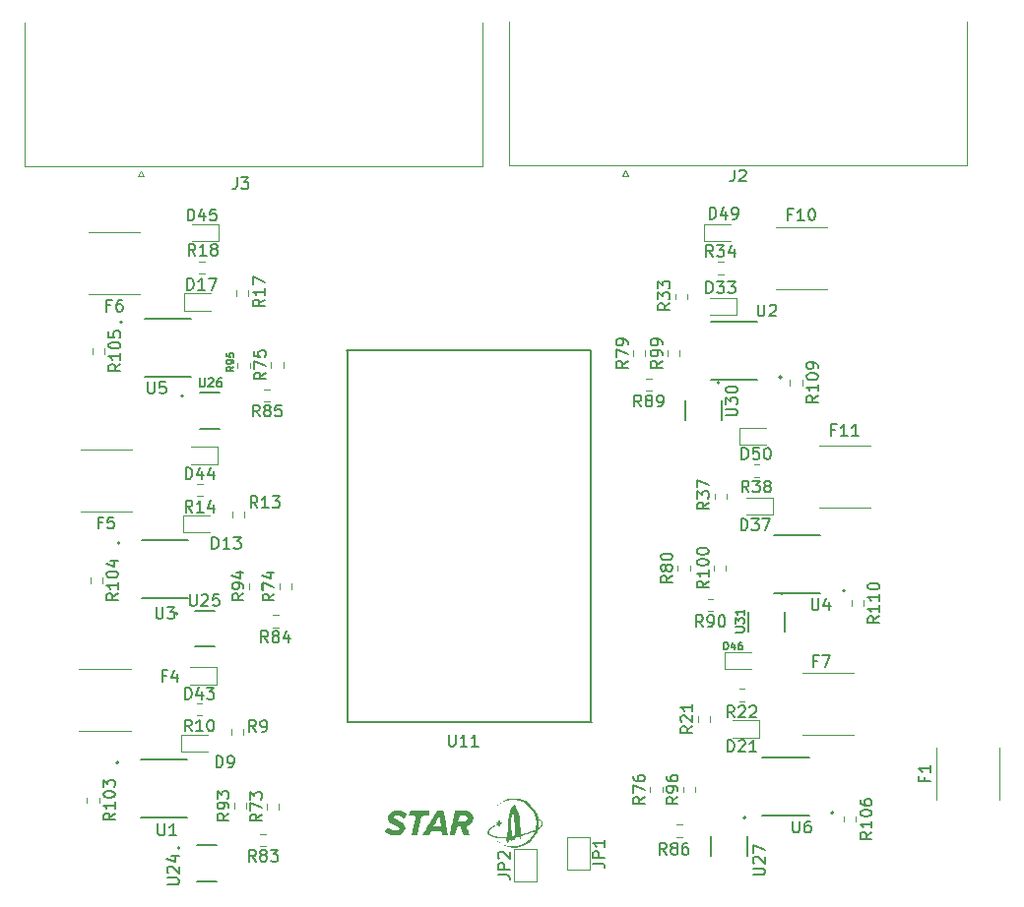
<source format=gbr>
%TF.GenerationSoftware,KiCad,Pcbnew,7.0.7*%
%TF.CreationDate,2024-02-19T11:01:40-08:00*%
%TF.ProjectId,MOSFET-board,4d4f5346-4554-42d6-926f-6172642e6b69,rev?*%
%TF.SameCoordinates,Original*%
%TF.FileFunction,Legend,Top*%
%TF.FilePolarity,Positive*%
%FSLAX46Y46*%
G04 Gerber Fmt 4.6, Leading zero omitted, Abs format (unit mm)*
G04 Created by KiCad (PCBNEW 7.0.7) date 2024-02-19 11:01:40*
%MOMM*%
%LPD*%
G01*
G04 APERTURE LIST*
%ADD10C,0.150000*%
%ADD11C,0.120000*%
%ADD12C,0.127000*%
%ADD13C,0.200000*%
G04 APERTURE END LIST*
D10*
X201702009Y-129231833D02*
X201702009Y-129565166D01*
X202225819Y-129565166D02*
X201225819Y-129565166D01*
X201225819Y-129565166D02*
X201225819Y-129088976D01*
X202225819Y-128184214D02*
X202225819Y-128755642D01*
X202225819Y-128469928D02*
X201225819Y-128469928D01*
X201225819Y-128469928D02*
X201368676Y-128565166D01*
X201368676Y-128565166D02*
X201463914Y-128660404D01*
X201463914Y-128660404D02*
X201511533Y-128755642D01*
X192491666Y-119181009D02*
X192158333Y-119181009D01*
X192158333Y-119704819D02*
X192158333Y-118704819D01*
X192158333Y-118704819D02*
X192634523Y-118704819D01*
X192920238Y-118704819D02*
X193586904Y-118704819D01*
X193586904Y-118704819D02*
X193158333Y-119704819D01*
X144547142Y-98154819D02*
X144213809Y-97678628D01*
X143975714Y-98154819D02*
X143975714Y-97154819D01*
X143975714Y-97154819D02*
X144356666Y-97154819D01*
X144356666Y-97154819D02*
X144451904Y-97202438D01*
X144451904Y-97202438D02*
X144499523Y-97250057D01*
X144499523Y-97250057D02*
X144547142Y-97345295D01*
X144547142Y-97345295D02*
X144547142Y-97488152D01*
X144547142Y-97488152D02*
X144499523Y-97583390D01*
X144499523Y-97583390D02*
X144451904Y-97631009D01*
X144451904Y-97631009D02*
X144356666Y-97678628D01*
X144356666Y-97678628D02*
X143975714Y-97678628D01*
X145118571Y-97583390D02*
X145023333Y-97535771D01*
X145023333Y-97535771D02*
X144975714Y-97488152D01*
X144975714Y-97488152D02*
X144928095Y-97392914D01*
X144928095Y-97392914D02*
X144928095Y-97345295D01*
X144928095Y-97345295D02*
X144975714Y-97250057D01*
X144975714Y-97250057D02*
X145023333Y-97202438D01*
X145023333Y-97202438D02*
X145118571Y-97154819D01*
X145118571Y-97154819D02*
X145309047Y-97154819D01*
X145309047Y-97154819D02*
X145404285Y-97202438D01*
X145404285Y-97202438D02*
X145451904Y-97250057D01*
X145451904Y-97250057D02*
X145499523Y-97345295D01*
X145499523Y-97345295D02*
X145499523Y-97392914D01*
X145499523Y-97392914D02*
X145451904Y-97488152D01*
X145451904Y-97488152D02*
X145404285Y-97535771D01*
X145404285Y-97535771D02*
X145309047Y-97583390D01*
X145309047Y-97583390D02*
X145118571Y-97583390D01*
X145118571Y-97583390D02*
X145023333Y-97631009D01*
X145023333Y-97631009D02*
X144975714Y-97678628D01*
X144975714Y-97678628D02*
X144928095Y-97773866D01*
X144928095Y-97773866D02*
X144928095Y-97964342D01*
X144928095Y-97964342D02*
X144975714Y-98059580D01*
X144975714Y-98059580D02*
X145023333Y-98107200D01*
X145023333Y-98107200D02*
X145118571Y-98154819D01*
X145118571Y-98154819D02*
X145309047Y-98154819D01*
X145309047Y-98154819D02*
X145404285Y-98107200D01*
X145404285Y-98107200D02*
X145451904Y-98059580D01*
X145451904Y-98059580D02*
X145499523Y-97964342D01*
X145499523Y-97964342D02*
X145499523Y-97773866D01*
X145499523Y-97773866D02*
X145451904Y-97678628D01*
X145451904Y-97678628D02*
X145404285Y-97631009D01*
X145404285Y-97631009D02*
X145309047Y-97583390D01*
X146404285Y-97154819D02*
X145928095Y-97154819D01*
X145928095Y-97154819D02*
X145880476Y-97631009D01*
X145880476Y-97631009D02*
X145928095Y-97583390D01*
X145928095Y-97583390D02*
X146023333Y-97535771D01*
X146023333Y-97535771D02*
X146261428Y-97535771D01*
X146261428Y-97535771D02*
X146356666Y-97583390D01*
X146356666Y-97583390D02*
X146404285Y-97631009D01*
X146404285Y-97631009D02*
X146451904Y-97726247D01*
X146451904Y-97726247D02*
X146451904Y-97964342D01*
X146451904Y-97964342D02*
X146404285Y-98059580D01*
X146404285Y-98059580D02*
X146356666Y-98107200D01*
X146356666Y-98107200D02*
X146261428Y-98154819D01*
X146261428Y-98154819D02*
X146023333Y-98154819D01*
X146023333Y-98154819D02*
X145928095Y-98107200D01*
X145928095Y-98107200D02*
X145880476Y-98059580D01*
X183149819Y-112319047D02*
X182673628Y-112652380D01*
X183149819Y-112890475D02*
X182149819Y-112890475D01*
X182149819Y-112890475D02*
X182149819Y-112509523D01*
X182149819Y-112509523D02*
X182197438Y-112414285D01*
X182197438Y-112414285D02*
X182245057Y-112366666D01*
X182245057Y-112366666D02*
X182340295Y-112319047D01*
X182340295Y-112319047D02*
X182483152Y-112319047D01*
X182483152Y-112319047D02*
X182578390Y-112366666D01*
X182578390Y-112366666D02*
X182626009Y-112414285D01*
X182626009Y-112414285D02*
X182673628Y-112509523D01*
X182673628Y-112509523D02*
X182673628Y-112890475D01*
X183149819Y-111366666D02*
X183149819Y-111938094D01*
X183149819Y-111652380D02*
X182149819Y-111652380D01*
X182149819Y-111652380D02*
X182292676Y-111747618D01*
X182292676Y-111747618D02*
X182387914Y-111842856D01*
X182387914Y-111842856D02*
X182435533Y-111938094D01*
X182149819Y-110747618D02*
X182149819Y-110652380D01*
X182149819Y-110652380D02*
X182197438Y-110557142D01*
X182197438Y-110557142D02*
X182245057Y-110509523D01*
X182245057Y-110509523D02*
X182340295Y-110461904D01*
X182340295Y-110461904D02*
X182530771Y-110414285D01*
X182530771Y-110414285D02*
X182768866Y-110414285D01*
X182768866Y-110414285D02*
X182959342Y-110461904D01*
X182959342Y-110461904D02*
X183054580Y-110509523D01*
X183054580Y-110509523D02*
X183102200Y-110557142D01*
X183102200Y-110557142D02*
X183149819Y-110652380D01*
X183149819Y-110652380D02*
X183149819Y-110747618D01*
X183149819Y-110747618D02*
X183102200Y-110842856D01*
X183102200Y-110842856D02*
X183054580Y-110890475D01*
X183054580Y-110890475D02*
X182959342Y-110938094D01*
X182959342Y-110938094D02*
X182768866Y-110985713D01*
X182768866Y-110985713D02*
X182530771Y-110985713D01*
X182530771Y-110985713D02*
X182340295Y-110938094D01*
X182340295Y-110938094D02*
X182245057Y-110890475D01*
X182245057Y-110890475D02*
X182197438Y-110842856D01*
X182197438Y-110842856D02*
X182149819Y-110747618D01*
X182149819Y-109795237D02*
X182149819Y-109699999D01*
X182149819Y-109699999D02*
X182197438Y-109604761D01*
X182197438Y-109604761D02*
X182245057Y-109557142D01*
X182245057Y-109557142D02*
X182340295Y-109509523D01*
X182340295Y-109509523D02*
X182530771Y-109461904D01*
X182530771Y-109461904D02*
X182768866Y-109461904D01*
X182768866Y-109461904D02*
X182959342Y-109509523D01*
X182959342Y-109509523D02*
X183054580Y-109557142D01*
X183054580Y-109557142D02*
X183102200Y-109604761D01*
X183102200Y-109604761D02*
X183149819Y-109699999D01*
X183149819Y-109699999D02*
X183149819Y-109795237D01*
X183149819Y-109795237D02*
X183102200Y-109890475D01*
X183102200Y-109890475D02*
X183054580Y-109938094D01*
X183054580Y-109938094D02*
X182959342Y-109985713D01*
X182959342Y-109985713D02*
X182768866Y-110033332D01*
X182768866Y-110033332D02*
X182530771Y-110033332D01*
X182530771Y-110033332D02*
X182340295Y-109985713D01*
X182340295Y-109985713D02*
X182245057Y-109938094D01*
X182245057Y-109938094D02*
X182197438Y-109890475D01*
X182197438Y-109890475D02*
X182149819Y-109795237D01*
X190388095Y-132979819D02*
X190388095Y-133789342D01*
X190388095Y-133789342D02*
X190435714Y-133884580D01*
X190435714Y-133884580D02*
X190483333Y-133932200D01*
X190483333Y-133932200D02*
X190578571Y-133979819D01*
X190578571Y-133979819D02*
X190769047Y-133979819D01*
X190769047Y-133979819D02*
X190864285Y-133932200D01*
X190864285Y-133932200D02*
X190911904Y-133884580D01*
X190911904Y-133884580D02*
X190959523Y-133789342D01*
X190959523Y-133789342D02*
X190959523Y-132979819D01*
X191864285Y-132979819D02*
X191673809Y-132979819D01*
X191673809Y-132979819D02*
X191578571Y-133027438D01*
X191578571Y-133027438D02*
X191530952Y-133075057D01*
X191530952Y-133075057D02*
X191435714Y-133217914D01*
X191435714Y-133217914D02*
X191388095Y-133408390D01*
X191388095Y-133408390D02*
X191388095Y-133789342D01*
X191388095Y-133789342D02*
X191435714Y-133884580D01*
X191435714Y-133884580D02*
X191483333Y-133932200D01*
X191483333Y-133932200D02*
X191578571Y-133979819D01*
X191578571Y-133979819D02*
X191769047Y-133979819D01*
X191769047Y-133979819D02*
X191864285Y-133932200D01*
X191864285Y-133932200D02*
X191911904Y-133884580D01*
X191911904Y-133884580D02*
X191959523Y-133789342D01*
X191959523Y-133789342D02*
X191959523Y-133551247D01*
X191959523Y-133551247D02*
X191911904Y-133456009D01*
X191911904Y-133456009D02*
X191864285Y-133408390D01*
X191864285Y-133408390D02*
X191769047Y-133360771D01*
X191769047Y-133360771D02*
X191578571Y-133360771D01*
X191578571Y-133360771D02*
X191483333Y-133408390D01*
X191483333Y-133408390D02*
X191435714Y-133456009D01*
X191435714Y-133456009D02*
X191388095Y-133551247D01*
X132384819Y-113369047D02*
X131908628Y-113702380D01*
X132384819Y-113940475D02*
X131384819Y-113940475D01*
X131384819Y-113940475D02*
X131384819Y-113559523D01*
X131384819Y-113559523D02*
X131432438Y-113464285D01*
X131432438Y-113464285D02*
X131480057Y-113416666D01*
X131480057Y-113416666D02*
X131575295Y-113369047D01*
X131575295Y-113369047D02*
X131718152Y-113369047D01*
X131718152Y-113369047D02*
X131813390Y-113416666D01*
X131813390Y-113416666D02*
X131861009Y-113464285D01*
X131861009Y-113464285D02*
X131908628Y-113559523D01*
X131908628Y-113559523D02*
X131908628Y-113940475D01*
X132384819Y-112416666D02*
X132384819Y-112988094D01*
X132384819Y-112702380D02*
X131384819Y-112702380D01*
X131384819Y-112702380D02*
X131527676Y-112797618D01*
X131527676Y-112797618D02*
X131622914Y-112892856D01*
X131622914Y-112892856D02*
X131670533Y-112988094D01*
X131384819Y-111797618D02*
X131384819Y-111702380D01*
X131384819Y-111702380D02*
X131432438Y-111607142D01*
X131432438Y-111607142D02*
X131480057Y-111559523D01*
X131480057Y-111559523D02*
X131575295Y-111511904D01*
X131575295Y-111511904D02*
X131765771Y-111464285D01*
X131765771Y-111464285D02*
X132003866Y-111464285D01*
X132003866Y-111464285D02*
X132194342Y-111511904D01*
X132194342Y-111511904D02*
X132289580Y-111559523D01*
X132289580Y-111559523D02*
X132337200Y-111607142D01*
X132337200Y-111607142D02*
X132384819Y-111702380D01*
X132384819Y-111702380D02*
X132384819Y-111797618D01*
X132384819Y-111797618D02*
X132337200Y-111892856D01*
X132337200Y-111892856D02*
X132289580Y-111940475D01*
X132289580Y-111940475D02*
X132194342Y-111988094D01*
X132194342Y-111988094D02*
X132003866Y-112035713D01*
X132003866Y-112035713D02*
X131765771Y-112035713D01*
X131765771Y-112035713D02*
X131575295Y-111988094D01*
X131575295Y-111988094D02*
X131480057Y-111940475D01*
X131480057Y-111940475D02*
X131432438Y-111892856D01*
X131432438Y-111892856D02*
X131384819Y-111797618D01*
X131718152Y-110607142D02*
X132384819Y-110607142D01*
X131337200Y-110845237D02*
X132051485Y-111083332D01*
X132051485Y-111083332D02*
X132051485Y-110464285D01*
X197834819Y-115344047D02*
X197358628Y-115677380D01*
X197834819Y-115915475D02*
X196834819Y-115915475D01*
X196834819Y-115915475D02*
X196834819Y-115534523D01*
X196834819Y-115534523D02*
X196882438Y-115439285D01*
X196882438Y-115439285D02*
X196930057Y-115391666D01*
X196930057Y-115391666D02*
X197025295Y-115344047D01*
X197025295Y-115344047D02*
X197168152Y-115344047D01*
X197168152Y-115344047D02*
X197263390Y-115391666D01*
X197263390Y-115391666D02*
X197311009Y-115439285D01*
X197311009Y-115439285D02*
X197358628Y-115534523D01*
X197358628Y-115534523D02*
X197358628Y-115915475D01*
X197834819Y-114391666D02*
X197834819Y-114963094D01*
X197834819Y-114677380D02*
X196834819Y-114677380D01*
X196834819Y-114677380D02*
X196977676Y-114772618D01*
X196977676Y-114772618D02*
X197072914Y-114867856D01*
X197072914Y-114867856D02*
X197120533Y-114963094D01*
X197834819Y-113439285D02*
X197834819Y-114010713D01*
X197834819Y-113724999D02*
X196834819Y-113724999D01*
X196834819Y-113724999D02*
X196977676Y-113820237D01*
X196977676Y-113820237D02*
X197072914Y-113915475D01*
X197072914Y-113915475D02*
X197120533Y-114010713D01*
X196834819Y-112820237D02*
X196834819Y-112724999D01*
X196834819Y-112724999D02*
X196882438Y-112629761D01*
X196882438Y-112629761D02*
X196930057Y-112582142D01*
X196930057Y-112582142D02*
X197025295Y-112534523D01*
X197025295Y-112534523D02*
X197215771Y-112486904D01*
X197215771Y-112486904D02*
X197453866Y-112486904D01*
X197453866Y-112486904D02*
X197644342Y-112534523D01*
X197644342Y-112534523D02*
X197739580Y-112582142D01*
X197739580Y-112582142D02*
X197787200Y-112629761D01*
X197787200Y-112629761D02*
X197834819Y-112724999D01*
X197834819Y-112724999D02*
X197834819Y-112820237D01*
X197834819Y-112820237D02*
X197787200Y-112915475D01*
X197787200Y-112915475D02*
X197739580Y-112963094D01*
X197739580Y-112963094D02*
X197644342Y-113010713D01*
X197644342Y-113010713D02*
X197453866Y-113058332D01*
X197453866Y-113058332D02*
X197215771Y-113058332D01*
X197215771Y-113058332D02*
X197025295Y-113010713D01*
X197025295Y-113010713D02*
X196930057Y-112963094D01*
X196930057Y-112963094D02*
X196882438Y-112915475D01*
X196882438Y-112915475D02*
X196834819Y-112820237D01*
X179804819Y-88417857D02*
X179328628Y-88751190D01*
X179804819Y-88989285D02*
X178804819Y-88989285D01*
X178804819Y-88989285D02*
X178804819Y-88608333D01*
X178804819Y-88608333D02*
X178852438Y-88513095D01*
X178852438Y-88513095D02*
X178900057Y-88465476D01*
X178900057Y-88465476D02*
X178995295Y-88417857D01*
X178995295Y-88417857D02*
X179138152Y-88417857D01*
X179138152Y-88417857D02*
X179233390Y-88465476D01*
X179233390Y-88465476D02*
X179281009Y-88513095D01*
X179281009Y-88513095D02*
X179328628Y-88608333D01*
X179328628Y-88608333D02*
X179328628Y-88989285D01*
X178804819Y-88084523D02*
X178804819Y-87465476D01*
X178804819Y-87465476D02*
X179185771Y-87798809D01*
X179185771Y-87798809D02*
X179185771Y-87655952D01*
X179185771Y-87655952D02*
X179233390Y-87560714D01*
X179233390Y-87560714D02*
X179281009Y-87513095D01*
X179281009Y-87513095D02*
X179376247Y-87465476D01*
X179376247Y-87465476D02*
X179614342Y-87465476D01*
X179614342Y-87465476D02*
X179709580Y-87513095D01*
X179709580Y-87513095D02*
X179757200Y-87560714D01*
X179757200Y-87560714D02*
X179804819Y-87655952D01*
X179804819Y-87655952D02*
X179804819Y-87941666D01*
X179804819Y-87941666D02*
X179757200Y-88036904D01*
X179757200Y-88036904D02*
X179709580Y-88084523D01*
X178804819Y-87132142D02*
X178804819Y-86513095D01*
X178804819Y-86513095D02*
X179185771Y-86846428D01*
X179185771Y-86846428D02*
X179185771Y-86703571D01*
X179185771Y-86703571D02*
X179233390Y-86608333D01*
X179233390Y-86608333D02*
X179281009Y-86560714D01*
X179281009Y-86560714D02*
X179376247Y-86513095D01*
X179376247Y-86513095D02*
X179614342Y-86513095D01*
X179614342Y-86513095D02*
X179709580Y-86560714D01*
X179709580Y-86560714D02*
X179757200Y-86608333D01*
X179757200Y-86608333D02*
X179804819Y-86703571D01*
X179804819Y-86703571D02*
X179804819Y-86989285D01*
X179804819Y-86989285D02*
X179757200Y-87084523D01*
X179757200Y-87084523D02*
X179709580Y-87132142D01*
X142591666Y-77579819D02*
X142591666Y-78294104D01*
X142591666Y-78294104D02*
X142544047Y-78436961D01*
X142544047Y-78436961D02*
X142448809Y-78532200D01*
X142448809Y-78532200D02*
X142305952Y-78579819D01*
X142305952Y-78579819D02*
X142210714Y-78579819D01*
X142972619Y-77579819D02*
X143591666Y-77579819D01*
X143591666Y-77579819D02*
X143258333Y-77960771D01*
X143258333Y-77960771D02*
X143401190Y-77960771D01*
X143401190Y-77960771D02*
X143496428Y-78008390D01*
X143496428Y-78008390D02*
X143544047Y-78056009D01*
X143544047Y-78056009D02*
X143591666Y-78151247D01*
X143591666Y-78151247D02*
X143591666Y-78389342D01*
X143591666Y-78389342D02*
X143544047Y-78484580D01*
X143544047Y-78484580D02*
X143496428Y-78532200D01*
X143496428Y-78532200D02*
X143401190Y-78579819D01*
X143401190Y-78579819D02*
X143115476Y-78579819D01*
X143115476Y-78579819D02*
X143020238Y-78532200D01*
X143020238Y-78532200D02*
X142972619Y-78484580D01*
X185357142Y-124054819D02*
X185023809Y-123578628D01*
X184785714Y-124054819D02*
X184785714Y-123054819D01*
X184785714Y-123054819D02*
X185166666Y-123054819D01*
X185166666Y-123054819D02*
X185261904Y-123102438D01*
X185261904Y-123102438D02*
X185309523Y-123150057D01*
X185309523Y-123150057D02*
X185357142Y-123245295D01*
X185357142Y-123245295D02*
X185357142Y-123388152D01*
X185357142Y-123388152D02*
X185309523Y-123483390D01*
X185309523Y-123483390D02*
X185261904Y-123531009D01*
X185261904Y-123531009D02*
X185166666Y-123578628D01*
X185166666Y-123578628D02*
X184785714Y-123578628D01*
X185738095Y-123150057D02*
X185785714Y-123102438D01*
X185785714Y-123102438D02*
X185880952Y-123054819D01*
X185880952Y-123054819D02*
X186119047Y-123054819D01*
X186119047Y-123054819D02*
X186214285Y-123102438D01*
X186214285Y-123102438D02*
X186261904Y-123150057D01*
X186261904Y-123150057D02*
X186309523Y-123245295D01*
X186309523Y-123245295D02*
X186309523Y-123340533D01*
X186309523Y-123340533D02*
X186261904Y-123483390D01*
X186261904Y-123483390D02*
X185690476Y-124054819D01*
X185690476Y-124054819D02*
X186309523Y-124054819D01*
X186690476Y-123150057D02*
X186738095Y-123102438D01*
X186738095Y-123102438D02*
X186833333Y-123054819D01*
X186833333Y-123054819D02*
X187071428Y-123054819D01*
X187071428Y-123054819D02*
X187166666Y-123102438D01*
X187166666Y-123102438D02*
X187214285Y-123150057D01*
X187214285Y-123150057D02*
X187261904Y-123245295D01*
X187261904Y-123245295D02*
X187261904Y-123340533D01*
X187261904Y-123340533D02*
X187214285Y-123483390D01*
X187214285Y-123483390D02*
X186642857Y-124054819D01*
X186642857Y-124054819D02*
X187261904Y-124054819D01*
X145064819Y-94367857D02*
X144588628Y-94701190D01*
X145064819Y-94939285D02*
X144064819Y-94939285D01*
X144064819Y-94939285D02*
X144064819Y-94558333D01*
X144064819Y-94558333D02*
X144112438Y-94463095D01*
X144112438Y-94463095D02*
X144160057Y-94415476D01*
X144160057Y-94415476D02*
X144255295Y-94367857D01*
X144255295Y-94367857D02*
X144398152Y-94367857D01*
X144398152Y-94367857D02*
X144493390Y-94415476D01*
X144493390Y-94415476D02*
X144541009Y-94463095D01*
X144541009Y-94463095D02*
X144588628Y-94558333D01*
X144588628Y-94558333D02*
X144588628Y-94939285D01*
X144064819Y-94034523D02*
X144064819Y-93367857D01*
X144064819Y-93367857D02*
X145064819Y-93796428D01*
X144064819Y-92510714D02*
X144064819Y-92986904D01*
X144064819Y-92986904D02*
X144541009Y-93034523D01*
X144541009Y-93034523D02*
X144493390Y-92986904D01*
X144493390Y-92986904D02*
X144445771Y-92891666D01*
X144445771Y-92891666D02*
X144445771Y-92653571D01*
X144445771Y-92653571D02*
X144493390Y-92558333D01*
X144493390Y-92558333D02*
X144541009Y-92510714D01*
X144541009Y-92510714D02*
X144636247Y-92463095D01*
X144636247Y-92463095D02*
X144874342Y-92463095D01*
X144874342Y-92463095D02*
X144969580Y-92510714D01*
X144969580Y-92510714D02*
X145017200Y-92558333D01*
X145017200Y-92558333D02*
X145064819Y-92653571D01*
X145064819Y-92653571D02*
X145064819Y-92891666D01*
X145064819Y-92891666D02*
X145017200Y-92986904D01*
X145017200Y-92986904D02*
X144969580Y-93034523D01*
X183228214Y-81154819D02*
X183228214Y-80154819D01*
X183228214Y-80154819D02*
X183466309Y-80154819D01*
X183466309Y-80154819D02*
X183609166Y-80202438D01*
X183609166Y-80202438D02*
X183704404Y-80297676D01*
X183704404Y-80297676D02*
X183752023Y-80392914D01*
X183752023Y-80392914D02*
X183799642Y-80583390D01*
X183799642Y-80583390D02*
X183799642Y-80726247D01*
X183799642Y-80726247D02*
X183752023Y-80916723D01*
X183752023Y-80916723D02*
X183704404Y-81011961D01*
X183704404Y-81011961D02*
X183609166Y-81107200D01*
X183609166Y-81107200D02*
X183466309Y-81154819D01*
X183466309Y-81154819D02*
X183228214Y-81154819D01*
X184656785Y-80488152D02*
X184656785Y-81154819D01*
X184418690Y-80107200D02*
X184180595Y-80821485D01*
X184180595Y-80821485D02*
X184799642Y-80821485D01*
X185228214Y-81154819D02*
X185418690Y-81154819D01*
X185418690Y-81154819D02*
X185513928Y-81107200D01*
X185513928Y-81107200D02*
X185561547Y-81059580D01*
X185561547Y-81059580D02*
X185656785Y-80916723D01*
X185656785Y-80916723D02*
X185704404Y-80726247D01*
X185704404Y-80726247D02*
X185704404Y-80345295D01*
X185704404Y-80345295D02*
X185656785Y-80250057D01*
X185656785Y-80250057D02*
X185609166Y-80202438D01*
X185609166Y-80202438D02*
X185513928Y-80154819D01*
X185513928Y-80154819D02*
X185323452Y-80154819D01*
X185323452Y-80154819D02*
X185228214Y-80202438D01*
X185228214Y-80202438D02*
X185180595Y-80250057D01*
X185180595Y-80250057D02*
X185132976Y-80345295D01*
X185132976Y-80345295D02*
X185132976Y-80583390D01*
X185132976Y-80583390D02*
X185180595Y-80678628D01*
X185180595Y-80678628D02*
X185228214Y-80726247D01*
X185228214Y-80726247D02*
X185323452Y-80773866D01*
X185323452Y-80773866D02*
X185513928Y-80773866D01*
X185513928Y-80773866D02*
X185609166Y-80726247D01*
X185609166Y-80726247D02*
X185656785Y-80678628D01*
X185656785Y-80678628D02*
X185704404Y-80583390D01*
X186010714Y-101829819D02*
X186010714Y-100829819D01*
X186010714Y-100829819D02*
X186248809Y-100829819D01*
X186248809Y-100829819D02*
X186391666Y-100877438D01*
X186391666Y-100877438D02*
X186486904Y-100972676D01*
X186486904Y-100972676D02*
X186534523Y-101067914D01*
X186534523Y-101067914D02*
X186582142Y-101258390D01*
X186582142Y-101258390D02*
X186582142Y-101401247D01*
X186582142Y-101401247D02*
X186534523Y-101591723D01*
X186534523Y-101591723D02*
X186486904Y-101686961D01*
X186486904Y-101686961D02*
X186391666Y-101782200D01*
X186391666Y-101782200D02*
X186248809Y-101829819D01*
X186248809Y-101829819D02*
X186010714Y-101829819D01*
X187486904Y-100829819D02*
X187010714Y-100829819D01*
X187010714Y-100829819D02*
X186963095Y-101306009D01*
X186963095Y-101306009D02*
X187010714Y-101258390D01*
X187010714Y-101258390D02*
X187105952Y-101210771D01*
X187105952Y-101210771D02*
X187344047Y-101210771D01*
X187344047Y-101210771D02*
X187439285Y-101258390D01*
X187439285Y-101258390D02*
X187486904Y-101306009D01*
X187486904Y-101306009D02*
X187534523Y-101401247D01*
X187534523Y-101401247D02*
X187534523Y-101639342D01*
X187534523Y-101639342D02*
X187486904Y-101734580D01*
X187486904Y-101734580D02*
X187439285Y-101782200D01*
X187439285Y-101782200D02*
X187344047Y-101829819D01*
X187344047Y-101829819D02*
X187105952Y-101829819D01*
X187105952Y-101829819D02*
X187010714Y-101782200D01*
X187010714Y-101782200D02*
X186963095Y-101734580D01*
X188153571Y-100829819D02*
X188248809Y-100829819D01*
X188248809Y-100829819D02*
X188344047Y-100877438D01*
X188344047Y-100877438D02*
X188391666Y-100925057D01*
X188391666Y-100925057D02*
X188439285Y-101020295D01*
X188439285Y-101020295D02*
X188486904Y-101210771D01*
X188486904Y-101210771D02*
X188486904Y-101448866D01*
X188486904Y-101448866D02*
X188439285Y-101639342D01*
X188439285Y-101639342D02*
X188391666Y-101734580D01*
X188391666Y-101734580D02*
X188344047Y-101782200D01*
X188344047Y-101782200D02*
X188248809Y-101829819D01*
X188248809Y-101829819D02*
X188153571Y-101829819D01*
X188153571Y-101829819D02*
X188058333Y-101782200D01*
X188058333Y-101782200D02*
X188010714Y-101734580D01*
X188010714Y-101734580D02*
X187963095Y-101639342D01*
X187963095Y-101639342D02*
X187915476Y-101448866D01*
X187915476Y-101448866D02*
X187915476Y-101210771D01*
X187915476Y-101210771D02*
X187963095Y-101020295D01*
X187963095Y-101020295D02*
X188010714Y-100925057D01*
X188010714Y-100925057D02*
X188058333Y-100877438D01*
X188058333Y-100877438D02*
X188153571Y-100829819D01*
X142325963Y-93878214D02*
X142023582Y-94089881D01*
X142325963Y-94241071D02*
X141690963Y-94241071D01*
X141690963Y-94241071D02*
X141690963Y-93999166D01*
X141690963Y-93999166D02*
X141721201Y-93938690D01*
X141721201Y-93938690D02*
X141751439Y-93908452D01*
X141751439Y-93908452D02*
X141811915Y-93878214D01*
X141811915Y-93878214D02*
X141902629Y-93878214D01*
X141902629Y-93878214D02*
X141963105Y-93908452D01*
X141963105Y-93908452D02*
X141993344Y-93938690D01*
X141993344Y-93938690D02*
X142023582Y-93999166D01*
X142023582Y-93999166D02*
X142023582Y-94241071D01*
X142325963Y-93575833D02*
X142325963Y-93454881D01*
X142325963Y-93454881D02*
X142295725Y-93394404D01*
X142295725Y-93394404D02*
X142265486Y-93364166D01*
X142265486Y-93364166D02*
X142174772Y-93303690D01*
X142174772Y-93303690D02*
X142053820Y-93273452D01*
X142053820Y-93273452D02*
X141811915Y-93273452D01*
X141811915Y-93273452D02*
X141751439Y-93303690D01*
X141751439Y-93303690D02*
X141721201Y-93333928D01*
X141721201Y-93333928D02*
X141690963Y-93394404D01*
X141690963Y-93394404D02*
X141690963Y-93515357D01*
X141690963Y-93515357D02*
X141721201Y-93575833D01*
X141721201Y-93575833D02*
X141751439Y-93606071D01*
X141751439Y-93606071D02*
X141811915Y-93636309D01*
X141811915Y-93636309D02*
X141963105Y-93636309D01*
X141963105Y-93636309D02*
X142023582Y-93606071D01*
X142023582Y-93606071D02*
X142053820Y-93575833D01*
X142053820Y-93575833D02*
X142084058Y-93515357D01*
X142084058Y-93515357D02*
X142084058Y-93394404D01*
X142084058Y-93394404D02*
X142053820Y-93333928D01*
X142053820Y-93333928D02*
X142023582Y-93303690D01*
X142023582Y-93303690D02*
X141963105Y-93273452D01*
X141690963Y-92698928D02*
X141690963Y-93001309D01*
X141690963Y-93001309D02*
X141993344Y-93031547D01*
X141993344Y-93031547D02*
X141963105Y-93001309D01*
X141963105Y-93001309D02*
X141932867Y-92940833D01*
X141932867Y-92940833D02*
X141932867Y-92789642D01*
X141932867Y-92789642D02*
X141963105Y-92729166D01*
X141963105Y-92729166D02*
X141993344Y-92698928D01*
X141993344Y-92698928D02*
X142053820Y-92668690D01*
X142053820Y-92668690D02*
X142205010Y-92668690D01*
X142205010Y-92668690D02*
X142265486Y-92698928D01*
X142265486Y-92698928D02*
X142295725Y-92729166D01*
X142295725Y-92729166D02*
X142325963Y-92789642D01*
X142325963Y-92789642D02*
X142325963Y-92940833D01*
X142325963Y-92940833D02*
X142295725Y-93001309D01*
X142295725Y-93001309D02*
X142265486Y-93031547D01*
X190315476Y-80751009D02*
X189982143Y-80751009D01*
X189982143Y-81274819D02*
X189982143Y-80274819D01*
X189982143Y-80274819D02*
X190458333Y-80274819D01*
X191363095Y-81274819D02*
X190791667Y-81274819D01*
X191077381Y-81274819D02*
X191077381Y-80274819D01*
X191077381Y-80274819D02*
X190982143Y-80417676D01*
X190982143Y-80417676D02*
X190886905Y-80512914D01*
X190886905Y-80512914D02*
X190791667Y-80560533D01*
X191982143Y-80274819D02*
X192077381Y-80274819D01*
X192077381Y-80274819D02*
X192172619Y-80322438D01*
X192172619Y-80322438D02*
X192220238Y-80370057D01*
X192220238Y-80370057D02*
X192267857Y-80465295D01*
X192267857Y-80465295D02*
X192315476Y-80655771D01*
X192315476Y-80655771D02*
X192315476Y-80893866D01*
X192315476Y-80893866D02*
X192267857Y-81084342D01*
X192267857Y-81084342D02*
X192220238Y-81179580D01*
X192220238Y-81179580D02*
X192172619Y-81227200D01*
X192172619Y-81227200D02*
X192077381Y-81274819D01*
X192077381Y-81274819D02*
X191982143Y-81274819D01*
X191982143Y-81274819D02*
X191886905Y-81227200D01*
X191886905Y-81227200D02*
X191839286Y-81179580D01*
X191839286Y-81179580D02*
X191791667Y-81084342D01*
X191791667Y-81084342D02*
X191744048Y-80893866D01*
X191744048Y-80893866D02*
X191744048Y-80655771D01*
X191744048Y-80655771D02*
X191791667Y-80465295D01*
X191791667Y-80465295D02*
X191839286Y-80370057D01*
X191839286Y-80370057D02*
X191886905Y-80322438D01*
X191886905Y-80322438D02*
X191982143Y-80274819D01*
X160813905Y-125540419D02*
X160813905Y-126349942D01*
X160813905Y-126349942D02*
X160861524Y-126445180D01*
X160861524Y-126445180D02*
X160909143Y-126492800D01*
X160909143Y-126492800D02*
X161004381Y-126540419D01*
X161004381Y-126540419D02*
X161194857Y-126540419D01*
X161194857Y-126540419D02*
X161290095Y-126492800D01*
X161290095Y-126492800D02*
X161337714Y-126445180D01*
X161337714Y-126445180D02*
X161385333Y-126349942D01*
X161385333Y-126349942D02*
X161385333Y-125540419D01*
X162385333Y-126540419D02*
X161813905Y-126540419D01*
X162099619Y-126540419D02*
X162099619Y-125540419D01*
X162099619Y-125540419D02*
X162004381Y-125683276D01*
X162004381Y-125683276D02*
X161909143Y-125778514D01*
X161909143Y-125778514D02*
X161813905Y-125826133D01*
X163337714Y-126540419D02*
X162766286Y-126540419D01*
X163052000Y-126540419D02*
X163052000Y-125540419D01*
X163052000Y-125540419D02*
X162956762Y-125683276D01*
X162956762Y-125683276D02*
X162861524Y-125778514D01*
X162861524Y-125778514D02*
X162766286Y-125826133D01*
X186979819Y-137608094D02*
X187789342Y-137608094D01*
X187789342Y-137608094D02*
X187884580Y-137560475D01*
X187884580Y-137560475D02*
X187932200Y-137512856D01*
X187932200Y-137512856D02*
X187979819Y-137417618D01*
X187979819Y-137417618D02*
X187979819Y-137227142D01*
X187979819Y-137227142D02*
X187932200Y-137131904D01*
X187932200Y-137131904D02*
X187884580Y-137084285D01*
X187884580Y-137084285D02*
X187789342Y-137036666D01*
X187789342Y-137036666D02*
X186979819Y-137036666D01*
X187075057Y-136608094D02*
X187027438Y-136560475D01*
X187027438Y-136560475D02*
X186979819Y-136465237D01*
X186979819Y-136465237D02*
X186979819Y-136227142D01*
X186979819Y-136227142D02*
X187027438Y-136131904D01*
X187027438Y-136131904D02*
X187075057Y-136084285D01*
X187075057Y-136084285D02*
X187170295Y-136036666D01*
X187170295Y-136036666D02*
X187265533Y-136036666D01*
X187265533Y-136036666D02*
X187408390Y-136084285D01*
X187408390Y-136084285D02*
X187979819Y-136655713D01*
X187979819Y-136655713D02*
X187979819Y-136036666D01*
X186979819Y-135703332D02*
X186979819Y-135036666D01*
X186979819Y-135036666D02*
X187979819Y-135465237D01*
X132574819Y-93644047D02*
X132098628Y-93977380D01*
X132574819Y-94215475D02*
X131574819Y-94215475D01*
X131574819Y-94215475D02*
X131574819Y-93834523D01*
X131574819Y-93834523D02*
X131622438Y-93739285D01*
X131622438Y-93739285D02*
X131670057Y-93691666D01*
X131670057Y-93691666D02*
X131765295Y-93644047D01*
X131765295Y-93644047D02*
X131908152Y-93644047D01*
X131908152Y-93644047D02*
X132003390Y-93691666D01*
X132003390Y-93691666D02*
X132051009Y-93739285D01*
X132051009Y-93739285D02*
X132098628Y-93834523D01*
X132098628Y-93834523D02*
X132098628Y-94215475D01*
X132574819Y-92691666D02*
X132574819Y-93263094D01*
X132574819Y-92977380D02*
X131574819Y-92977380D01*
X131574819Y-92977380D02*
X131717676Y-93072618D01*
X131717676Y-93072618D02*
X131812914Y-93167856D01*
X131812914Y-93167856D02*
X131860533Y-93263094D01*
X131574819Y-92072618D02*
X131574819Y-91977380D01*
X131574819Y-91977380D02*
X131622438Y-91882142D01*
X131622438Y-91882142D02*
X131670057Y-91834523D01*
X131670057Y-91834523D02*
X131765295Y-91786904D01*
X131765295Y-91786904D02*
X131955771Y-91739285D01*
X131955771Y-91739285D02*
X132193866Y-91739285D01*
X132193866Y-91739285D02*
X132384342Y-91786904D01*
X132384342Y-91786904D02*
X132479580Y-91834523D01*
X132479580Y-91834523D02*
X132527200Y-91882142D01*
X132527200Y-91882142D02*
X132574819Y-91977380D01*
X132574819Y-91977380D02*
X132574819Y-92072618D01*
X132574819Y-92072618D02*
X132527200Y-92167856D01*
X132527200Y-92167856D02*
X132479580Y-92215475D01*
X132479580Y-92215475D02*
X132384342Y-92263094D01*
X132384342Y-92263094D02*
X132193866Y-92310713D01*
X132193866Y-92310713D02*
X131955771Y-92310713D01*
X131955771Y-92310713D02*
X131765295Y-92263094D01*
X131765295Y-92263094D02*
X131670057Y-92215475D01*
X131670057Y-92215475D02*
X131622438Y-92167856D01*
X131622438Y-92167856D02*
X131574819Y-92072618D01*
X131574819Y-90834523D02*
X131574819Y-91310713D01*
X131574819Y-91310713D02*
X132051009Y-91358332D01*
X132051009Y-91358332D02*
X132003390Y-91310713D01*
X132003390Y-91310713D02*
X131955771Y-91215475D01*
X131955771Y-91215475D02*
X131955771Y-90977380D01*
X131955771Y-90977380D02*
X132003390Y-90882142D01*
X132003390Y-90882142D02*
X132051009Y-90834523D01*
X132051009Y-90834523D02*
X132146247Y-90786904D01*
X132146247Y-90786904D02*
X132384342Y-90786904D01*
X132384342Y-90786904D02*
X132479580Y-90834523D01*
X132479580Y-90834523D02*
X132527200Y-90882142D01*
X132527200Y-90882142D02*
X132574819Y-90977380D01*
X132574819Y-90977380D02*
X132574819Y-91215475D01*
X132574819Y-91215475D02*
X132527200Y-91310713D01*
X132527200Y-91310713D02*
X132479580Y-91358332D01*
X143174819Y-113392857D02*
X142698628Y-113726190D01*
X143174819Y-113964285D02*
X142174819Y-113964285D01*
X142174819Y-113964285D02*
X142174819Y-113583333D01*
X142174819Y-113583333D02*
X142222438Y-113488095D01*
X142222438Y-113488095D02*
X142270057Y-113440476D01*
X142270057Y-113440476D02*
X142365295Y-113392857D01*
X142365295Y-113392857D02*
X142508152Y-113392857D01*
X142508152Y-113392857D02*
X142603390Y-113440476D01*
X142603390Y-113440476D02*
X142651009Y-113488095D01*
X142651009Y-113488095D02*
X142698628Y-113583333D01*
X142698628Y-113583333D02*
X142698628Y-113964285D01*
X143174819Y-112916666D02*
X143174819Y-112726190D01*
X143174819Y-112726190D02*
X143127200Y-112630952D01*
X143127200Y-112630952D02*
X143079580Y-112583333D01*
X143079580Y-112583333D02*
X142936723Y-112488095D01*
X142936723Y-112488095D02*
X142746247Y-112440476D01*
X142746247Y-112440476D02*
X142365295Y-112440476D01*
X142365295Y-112440476D02*
X142270057Y-112488095D01*
X142270057Y-112488095D02*
X142222438Y-112535714D01*
X142222438Y-112535714D02*
X142174819Y-112630952D01*
X142174819Y-112630952D02*
X142174819Y-112821428D01*
X142174819Y-112821428D02*
X142222438Y-112916666D01*
X142222438Y-112916666D02*
X142270057Y-112964285D01*
X142270057Y-112964285D02*
X142365295Y-113011904D01*
X142365295Y-113011904D02*
X142603390Y-113011904D01*
X142603390Y-113011904D02*
X142698628Y-112964285D01*
X142698628Y-112964285D02*
X142746247Y-112916666D01*
X142746247Y-112916666D02*
X142793866Y-112821428D01*
X142793866Y-112821428D02*
X142793866Y-112630952D01*
X142793866Y-112630952D02*
X142746247Y-112535714D01*
X142746247Y-112535714D02*
X142698628Y-112488095D01*
X142698628Y-112488095D02*
X142603390Y-112440476D01*
X142508152Y-111583333D02*
X143174819Y-111583333D01*
X142127200Y-111821428D02*
X142841485Y-112059523D01*
X142841485Y-112059523D02*
X142841485Y-111440476D01*
X182657142Y-116259819D02*
X182323809Y-115783628D01*
X182085714Y-116259819D02*
X182085714Y-115259819D01*
X182085714Y-115259819D02*
X182466666Y-115259819D01*
X182466666Y-115259819D02*
X182561904Y-115307438D01*
X182561904Y-115307438D02*
X182609523Y-115355057D01*
X182609523Y-115355057D02*
X182657142Y-115450295D01*
X182657142Y-115450295D02*
X182657142Y-115593152D01*
X182657142Y-115593152D02*
X182609523Y-115688390D01*
X182609523Y-115688390D02*
X182561904Y-115736009D01*
X182561904Y-115736009D02*
X182466666Y-115783628D01*
X182466666Y-115783628D02*
X182085714Y-115783628D01*
X183133333Y-116259819D02*
X183323809Y-116259819D01*
X183323809Y-116259819D02*
X183419047Y-116212200D01*
X183419047Y-116212200D02*
X183466666Y-116164580D01*
X183466666Y-116164580D02*
X183561904Y-116021723D01*
X183561904Y-116021723D02*
X183609523Y-115831247D01*
X183609523Y-115831247D02*
X183609523Y-115450295D01*
X183609523Y-115450295D02*
X183561904Y-115355057D01*
X183561904Y-115355057D02*
X183514285Y-115307438D01*
X183514285Y-115307438D02*
X183419047Y-115259819D01*
X183419047Y-115259819D02*
X183228571Y-115259819D01*
X183228571Y-115259819D02*
X183133333Y-115307438D01*
X183133333Y-115307438D02*
X183085714Y-115355057D01*
X183085714Y-115355057D02*
X183038095Y-115450295D01*
X183038095Y-115450295D02*
X183038095Y-115688390D01*
X183038095Y-115688390D02*
X183085714Y-115783628D01*
X183085714Y-115783628D02*
X183133333Y-115831247D01*
X183133333Y-115831247D02*
X183228571Y-115878866D01*
X183228571Y-115878866D02*
X183419047Y-115878866D01*
X183419047Y-115878866D02*
X183514285Y-115831247D01*
X183514285Y-115831247D02*
X183561904Y-115783628D01*
X183561904Y-115783628D02*
X183609523Y-115688390D01*
X184228571Y-115259819D02*
X184323809Y-115259819D01*
X184323809Y-115259819D02*
X184419047Y-115307438D01*
X184419047Y-115307438D02*
X184466666Y-115355057D01*
X184466666Y-115355057D02*
X184514285Y-115450295D01*
X184514285Y-115450295D02*
X184561904Y-115640771D01*
X184561904Y-115640771D02*
X184561904Y-115878866D01*
X184561904Y-115878866D02*
X184514285Y-116069342D01*
X184514285Y-116069342D02*
X184466666Y-116164580D01*
X184466666Y-116164580D02*
X184419047Y-116212200D01*
X184419047Y-116212200D02*
X184323809Y-116259819D01*
X184323809Y-116259819D02*
X184228571Y-116259819D01*
X184228571Y-116259819D02*
X184133333Y-116212200D01*
X184133333Y-116212200D02*
X184085714Y-116164580D01*
X184085714Y-116164580D02*
X184038095Y-116069342D01*
X184038095Y-116069342D02*
X183990476Y-115878866D01*
X183990476Y-115878866D02*
X183990476Y-115640771D01*
X183990476Y-115640771D02*
X184038095Y-115450295D01*
X184038095Y-115450295D02*
X184085714Y-115355057D01*
X184085714Y-115355057D02*
X184133333Y-115307438D01*
X184133333Y-115307438D02*
X184228571Y-115259819D01*
X135809595Y-133205819D02*
X135809595Y-134015342D01*
X135809595Y-134015342D02*
X135857214Y-134110580D01*
X135857214Y-134110580D02*
X135904833Y-134158200D01*
X135904833Y-134158200D02*
X136000071Y-134205819D01*
X136000071Y-134205819D02*
X136190547Y-134205819D01*
X136190547Y-134205819D02*
X136285785Y-134158200D01*
X136285785Y-134158200D02*
X136333404Y-134110580D01*
X136333404Y-134110580D02*
X136381023Y-134015342D01*
X136381023Y-134015342D02*
X136381023Y-133205819D01*
X137381023Y-134205819D02*
X136809595Y-134205819D01*
X137095309Y-134205819D02*
X137095309Y-133205819D01*
X137095309Y-133205819D02*
X137000071Y-133348676D01*
X137000071Y-133348676D02*
X136904833Y-133443914D01*
X136904833Y-133443914D02*
X136809595Y-133491533D01*
X192038095Y-113809819D02*
X192038095Y-114619342D01*
X192038095Y-114619342D02*
X192085714Y-114714580D01*
X192085714Y-114714580D02*
X192133333Y-114762200D01*
X192133333Y-114762200D02*
X192228571Y-114809819D01*
X192228571Y-114809819D02*
X192419047Y-114809819D01*
X192419047Y-114809819D02*
X192514285Y-114762200D01*
X192514285Y-114762200D02*
X192561904Y-114714580D01*
X192561904Y-114714580D02*
X192609523Y-114619342D01*
X192609523Y-114619342D02*
X192609523Y-113809819D01*
X193514285Y-114143152D02*
X193514285Y-114809819D01*
X193276190Y-113762200D02*
X193038095Y-114476485D01*
X193038095Y-114476485D02*
X193657142Y-114476485D01*
X183532142Y-84399819D02*
X183198809Y-83923628D01*
X182960714Y-84399819D02*
X182960714Y-83399819D01*
X182960714Y-83399819D02*
X183341666Y-83399819D01*
X183341666Y-83399819D02*
X183436904Y-83447438D01*
X183436904Y-83447438D02*
X183484523Y-83495057D01*
X183484523Y-83495057D02*
X183532142Y-83590295D01*
X183532142Y-83590295D02*
X183532142Y-83733152D01*
X183532142Y-83733152D02*
X183484523Y-83828390D01*
X183484523Y-83828390D02*
X183436904Y-83876009D01*
X183436904Y-83876009D02*
X183341666Y-83923628D01*
X183341666Y-83923628D02*
X182960714Y-83923628D01*
X183865476Y-83399819D02*
X184484523Y-83399819D01*
X184484523Y-83399819D02*
X184151190Y-83780771D01*
X184151190Y-83780771D02*
X184294047Y-83780771D01*
X184294047Y-83780771D02*
X184389285Y-83828390D01*
X184389285Y-83828390D02*
X184436904Y-83876009D01*
X184436904Y-83876009D02*
X184484523Y-83971247D01*
X184484523Y-83971247D02*
X184484523Y-84209342D01*
X184484523Y-84209342D02*
X184436904Y-84304580D01*
X184436904Y-84304580D02*
X184389285Y-84352200D01*
X184389285Y-84352200D02*
X184294047Y-84399819D01*
X184294047Y-84399819D02*
X184008333Y-84399819D01*
X184008333Y-84399819D02*
X183913095Y-84352200D01*
X183913095Y-84352200D02*
X183865476Y-84304580D01*
X185341666Y-83733152D02*
X185341666Y-84399819D01*
X185103571Y-83352200D02*
X184865476Y-84066485D01*
X184865476Y-84066485D02*
X185484523Y-84066485D01*
X138185714Y-103554819D02*
X138185714Y-102554819D01*
X138185714Y-102554819D02*
X138423809Y-102554819D01*
X138423809Y-102554819D02*
X138566666Y-102602438D01*
X138566666Y-102602438D02*
X138661904Y-102697676D01*
X138661904Y-102697676D02*
X138709523Y-102792914D01*
X138709523Y-102792914D02*
X138757142Y-102983390D01*
X138757142Y-102983390D02*
X138757142Y-103126247D01*
X138757142Y-103126247D02*
X138709523Y-103316723D01*
X138709523Y-103316723D02*
X138661904Y-103411961D01*
X138661904Y-103411961D02*
X138566666Y-103507200D01*
X138566666Y-103507200D02*
X138423809Y-103554819D01*
X138423809Y-103554819D02*
X138185714Y-103554819D01*
X139614285Y-102888152D02*
X139614285Y-103554819D01*
X139376190Y-102507200D02*
X139138095Y-103221485D01*
X139138095Y-103221485D02*
X139757142Y-103221485D01*
X140566666Y-102888152D02*
X140566666Y-103554819D01*
X140328571Y-102507200D02*
X140090476Y-103221485D01*
X140090476Y-103221485D02*
X140709523Y-103221485D01*
X139386571Y-94862715D02*
X139386571Y-95479572D01*
X139386571Y-95479572D02*
X139422857Y-95552144D01*
X139422857Y-95552144D02*
X139459143Y-95588430D01*
X139459143Y-95588430D02*
X139531714Y-95624715D01*
X139531714Y-95624715D02*
X139676857Y-95624715D01*
X139676857Y-95624715D02*
X139749428Y-95588430D01*
X139749428Y-95588430D02*
X139785714Y-95552144D01*
X139785714Y-95552144D02*
X139822000Y-95479572D01*
X139822000Y-95479572D02*
X139822000Y-94862715D01*
X140148571Y-94935287D02*
X140184857Y-94899001D01*
X140184857Y-94899001D02*
X140257429Y-94862715D01*
X140257429Y-94862715D02*
X140438857Y-94862715D01*
X140438857Y-94862715D02*
X140511429Y-94899001D01*
X140511429Y-94899001D02*
X140547714Y-94935287D01*
X140547714Y-94935287D02*
X140584000Y-95007858D01*
X140584000Y-95007858D02*
X140584000Y-95080430D01*
X140584000Y-95080430D02*
X140547714Y-95189287D01*
X140547714Y-95189287D02*
X140112286Y-95624715D01*
X140112286Y-95624715D02*
X140584000Y-95624715D01*
X141237143Y-94862715D02*
X141092000Y-94862715D01*
X141092000Y-94862715D02*
X141019428Y-94899001D01*
X141019428Y-94899001D02*
X140983143Y-94935287D01*
X140983143Y-94935287D02*
X140910571Y-95044144D01*
X140910571Y-95044144D02*
X140874285Y-95189287D01*
X140874285Y-95189287D02*
X140874285Y-95479572D01*
X140874285Y-95479572D02*
X140910571Y-95552144D01*
X140910571Y-95552144D02*
X140946857Y-95588430D01*
X140946857Y-95588430D02*
X141019428Y-95624715D01*
X141019428Y-95624715D02*
X141164571Y-95624715D01*
X141164571Y-95624715D02*
X141237143Y-95588430D01*
X141237143Y-95588430D02*
X141273428Y-95552144D01*
X141273428Y-95552144D02*
X141309714Y-95479572D01*
X141309714Y-95479572D02*
X141309714Y-95298144D01*
X141309714Y-95298144D02*
X141273428Y-95225572D01*
X141273428Y-95225572D02*
X141237143Y-95189287D01*
X141237143Y-95189287D02*
X141164571Y-95153001D01*
X141164571Y-95153001D02*
X141019428Y-95153001D01*
X141019428Y-95153001D02*
X140946857Y-95189287D01*
X140946857Y-95189287D02*
X140910571Y-95225572D01*
X140910571Y-95225572D02*
X140874285Y-95298144D01*
X184624819Y-98078094D02*
X185434342Y-98078094D01*
X185434342Y-98078094D02*
X185529580Y-98030475D01*
X185529580Y-98030475D02*
X185577200Y-97982856D01*
X185577200Y-97982856D02*
X185624819Y-97887618D01*
X185624819Y-97887618D02*
X185624819Y-97697142D01*
X185624819Y-97697142D02*
X185577200Y-97601904D01*
X185577200Y-97601904D02*
X185529580Y-97554285D01*
X185529580Y-97554285D02*
X185434342Y-97506666D01*
X185434342Y-97506666D02*
X184624819Y-97506666D01*
X184624819Y-97125713D02*
X184624819Y-96506666D01*
X184624819Y-96506666D02*
X185005771Y-96839999D01*
X185005771Y-96839999D02*
X185005771Y-96697142D01*
X185005771Y-96697142D02*
X185053390Y-96601904D01*
X185053390Y-96601904D02*
X185101009Y-96554285D01*
X185101009Y-96554285D02*
X185196247Y-96506666D01*
X185196247Y-96506666D02*
X185434342Y-96506666D01*
X185434342Y-96506666D02*
X185529580Y-96554285D01*
X185529580Y-96554285D02*
X185577200Y-96601904D01*
X185577200Y-96601904D02*
X185624819Y-96697142D01*
X185624819Y-96697142D02*
X185624819Y-96982856D01*
X185624819Y-96982856D02*
X185577200Y-97078094D01*
X185577200Y-97078094D02*
X185529580Y-97125713D01*
X184624819Y-95887618D02*
X184624819Y-95792380D01*
X184624819Y-95792380D02*
X184672438Y-95697142D01*
X184672438Y-95697142D02*
X184720057Y-95649523D01*
X184720057Y-95649523D02*
X184815295Y-95601904D01*
X184815295Y-95601904D02*
X185005771Y-95554285D01*
X185005771Y-95554285D02*
X185243866Y-95554285D01*
X185243866Y-95554285D02*
X185434342Y-95601904D01*
X185434342Y-95601904D02*
X185529580Y-95649523D01*
X185529580Y-95649523D02*
X185577200Y-95697142D01*
X185577200Y-95697142D02*
X185624819Y-95792380D01*
X185624819Y-95792380D02*
X185624819Y-95887618D01*
X185624819Y-95887618D02*
X185577200Y-95982856D01*
X185577200Y-95982856D02*
X185529580Y-96030475D01*
X185529580Y-96030475D02*
X185434342Y-96078094D01*
X185434342Y-96078094D02*
X185243866Y-96125713D01*
X185243866Y-96125713D02*
X185005771Y-96125713D01*
X185005771Y-96125713D02*
X184815295Y-96078094D01*
X184815295Y-96078094D02*
X184720057Y-96030475D01*
X184720057Y-96030475D02*
X184672438Y-95982856D01*
X184672438Y-95982856D02*
X184624819Y-95887618D01*
X145257142Y-117604819D02*
X144923809Y-117128628D01*
X144685714Y-117604819D02*
X144685714Y-116604819D01*
X144685714Y-116604819D02*
X145066666Y-116604819D01*
X145066666Y-116604819D02*
X145161904Y-116652438D01*
X145161904Y-116652438D02*
X145209523Y-116700057D01*
X145209523Y-116700057D02*
X145257142Y-116795295D01*
X145257142Y-116795295D02*
X145257142Y-116938152D01*
X145257142Y-116938152D02*
X145209523Y-117033390D01*
X145209523Y-117033390D02*
X145161904Y-117081009D01*
X145161904Y-117081009D02*
X145066666Y-117128628D01*
X145066666Y-117128628D02*
X144685714Y-117128628D01*
X145828571Y-117033390D02*
X145733333Y-116985771D01*
X145733333Y-116985771D02*
X145685714Y-116938152D01*
X145685714Y-116938152D02*
X145638095Y-116842914D01*
X145638095Y-116842914D02*
X145638095Y-116795295D01*
X145638095Y-116795295D02*
X145685714Y-116700057D01*
X145685714Y-116700057D02*
X145733333Y-116652438D01*
X145733333Y-116652438D02*
X145828571Y-116604819D01*
X145828571Y-116604819D02*
X146019047Y-116604819D01*
X146019047Y-116604819D02*
X146114285Y-116652438D01*
X146114285Y-116652438D02*
X146161904Y-116700057D01*
X146161904Y-116700057D02*
X146209523Y-116795295D01*
X146209523Y-116795295D02*
X146209523Y-116842914D01*
X146209523Y-116842914D02*
X146161904Y-116938152D01*
X146161904Y-116938152D02*
X146114285Y-116985771D01*
X146114285Y-116985771D02*
X146019047Y-117033390D01*
X146019047Y-117033390D02*
X145828571Y-117033390D01*
X145828571Y-117033390D02*
X145733333Y-117081009D01*
X145733333Y-117081009D02*
X145685714Y-117128628D01*
X145685714Y-117128628D02*
X145638095Y-117223866D01*
X145638095Y-117223866D02*
X145638095Y-117414342D01*
X145638095Y-117414342D02*
X145685714Y-117509580D01*
X145685714Y-117509580D02*
X145733333Y-117557200D01*
X145733333Y-117557200D02*
X145828571Y-117604819D01*
X145828571Y-117604819D02*
X146019047Y-117604819D01*
X146019047Y-117604819D02*
X146114285Y-117557200D01*
X146114285Y-117557200D02*
X146161904Y-117509580D01*
X146161904Y-117509580D02*
X146209523Y-117414342D01*
X146209523Y-117414342D02*
X146209523Y-117223866D01*
X146209523Y-117223866D02*
X146161904Y-117128628D01*
X146161904Y-117128628D02*
X146114285Y-117081009D01*
X146114285Y-117081009D02*
X146019047Y-117033390D01*
X147066666Y-116938152D02*
X147066666Y-117604819D01*
X146828571Y-116557200D02*
X146590476Y-117271485D01*
X146590476Y-117271485D02*
X147209523Y-117271485D01*
X144357892Y-106021069D02*
X144024559Y-105544878D01*
X143786464Y-106021069D02*
X143786464Y-105021069D01*
X143786464Y-105021069D02*
X144167416Y-105021069D01*
X144167416Y-105021069D02*
X144262654Y-105068688D01*
X144262654Y-105068688D02*
X144310273Y-105116307D01*
X144310273Y-105116307D02*
X144357892Y-105211545D01*
X144357892Y-105211545D02*
X144357892Y-105354402D01*
X144357892Y-105354402D02*
X144310273Y-105449640D01*
X144310273Y-105449640D02*
X144262654Y-105497259D01*
X144262654Y-105497259D02*
X144167416Y-105544878D01*
X144167416Y-105544878D02*
X143786464Y-105544878D01*
X145310273Y-106021069D02*
X144738845Y-106021069D01*
X145024559Y-106021069D02*
X145024559Y-105021069D01*
X145024559Y-105021069D02*
X144929321Y-105163926D01*
X144929321Y-105163926D02*
X144834083Y-105259164D01*
X144834083Y-105259164D02*
X144738845Y-105306783D01*
X145643607Y-105021069D02*
X146262654Y-105021069D01*
X146262654Y-105021069D02*
X145929321Y-105402021D01*
X145929321Y-105402021D02*
X146072178Y-105402021D01*
X146072178Y-105402021D02*
X146167416Y-105449640D01*
X146167416Y-105449640D02*
X146215035Y-105497259D01*
X146215035Y-105497259D02*
X146262654Y-105592497D01*
X146262654Y-105592497D02*
X146262654Y-105830592D01*
X146262654Y-105830592D02*
X146215035Y-105925830D01*
X146215035Y-105925830D02*
X146167416Y-105973450D01*
X146167416Y-105973450D02*
X146072178Y-106021069D01*
X146072178Y-106021069D02*
X145786464Y-106021069D01*
X145786464Y-106021069D02*
X145691226Y-105973450D01*
X145691226Y-105973450D02*
X145643607Y-105925830D01*
X179174819Y-93367857D02*
X178698628Y-93701190D01*
X179174819Y-93939285D02*
X178174819Y-93939285D01*
X178174819Y-93939285D02*
X178174819Y-93558333D01*
X178174819Y-93558333D02*
X178222438Y-93463095D01*
X178222438Y-93463095D02*
X178270057Y-93415476D01*
X178270057Y-93415476D02*
X178365295Y-93367857D01*
X178365295Y-93367857D02*
X178508152Y-93367857D01*
X178508152Y-93367857D02*
X178603390Y-93415476D01*
X178603390Y-93415476D02*
X178651009Y-93463095D01*
X178651009Y-93463095D02*
X178698628Y-93558333D01*
X178698628Y-93558333D02*
X178698628Y-93939285D01*
X179174819Y-92891666D02*
X179174819Y-92701190D01*
X179174819Y-92701190D02*
X179127200Y-92605952D01*
X179127200Y-92605952D02*
X179079580Y-92558333D01*
X179079580Y-92558333D02*
X178936723Y-92463095D01*
X178936723Y-92463095D02*
X178746247Y-92415476D01*
X178746247Y-92415476D02*
X178365295Y-92415476D01*
X178365295Y-92415476D02*
X178270057Y-92463095D01*
X178270057Y-92463095D02*
X178222438Y-92510714D01*
X178222438Y-92510714D02*
X178174819Y-92605952D01*
X178174819Y-92605952D02*
X178174819Y-92796428D01*
X178174819Y-92796428D02*
X178222438Y-92891666D01*
X178222438Y-92891666D02*
X178270057Y-92939285D01*
X178270057Y-92939285D02*
X178365295Y-92986904D01*
X178365295Y-92986904D02*
X178603390Y-92986904D01*
X178603390Y-92986904D02*
X178698628Y-92939285D01*
X178698628Y-92939285D02*
X178746247Y-92891666D01*
X178746247Y-92891666D02*
X178793866Y-92796428D01*
X178793866Y-92796428D02*
X178793866Y-92605952D01*
X178793866Y-92605952D02*
X178746247Y-92510714D01*
X178746247Y-92510714D02*
X178698628Y-92463095D01*
X178698628Y-92463095D02*
X178603390Y-92415476D01*
X179174819Y-91939285D02*
X179174819Y-91748809D01*
X179174819Y-91748809D02*
X179127200Y-91653571D01*
X179127200Y-91653571D02*
X179079580Y-91605952D01*
X179079580Y-91605952D02*
X178936723Y-91510714D01*
X178936723Y-91510714D02*
X178746247Y-91463095D01*
X178746247Y-91463095D02*
X178365295Y-91463095D01*
X178365295Y-91463095D02*
X178270057Y-91510714D01*
X178270057Y-91510714D02*
X178222438Y-91558333D01*
X178222438Y-91558333D02*
X178174819Y-91653571D01*
X178174819Y-91653571D02*
X178174819Y-91844047D01*
X178174819Y-91844047D02*
X178222438Y-91939285D01*
X178222438Y-91939285D02*
X178270057Y-91986904D01*
X178270057Y-91986904D02*
X178365295Y-92034523D01*
X178365295Y-92034523D02*
X178603390Y-92034523D01*
X178603390Y-92034523D02*
X178698628Y-91986904D01*
X178698628Y-91986904D02*
X178746247Y-91939285D01*
X178746247Y-91939285D02*
X178793866Y-91844047D01*
X178793866Y-91844047D02*
X178793866Y-91653571D01*
X178793866Y-91653571D02*
X178746247Y-91558333D01*
X178746247Y-91558333D02*
X178698628Y-91510714D01*
X178698628Y-91510714D02*
X178603390Y-91463095D01*
X181754819Y-124817857D02*
X181278628Y-125151190D01*
X181754819Y-125389285D02*
X180754819Y-125389285D01*
X180754819Y-125389285D02*
X180754819Y-125008333D01*
X180754819Y-125008333D02*
X180802438Y-124913095D01*
X180802438Y-124913095D02*
X180850057Y-124865476D01*
X180850057Y-124865476D02*
X180945295Y-124817857D01*
X180945295Y-124817857D02*
X181088152Y-124817857D01*
X181088152Y-124817857D02*
X181183390Y-124865476D01*
X181183390Y-124865476D02*
X181231009Y-124913095D01*
X181231009Y-124913095D02*
X181278628Y-125008333D01*
X181278628Y-125008333D02*
X181278628Y-125389285D01*
X180850057Y-124436904D02*
X180802438Y-124389285D01*
X180802438Y-124389285D02*
X180754819Y-124294047D01*
X180754819Y-124294047D02*
X180754819Y-124055952D01*
X180754819Y-124055952D02*
X180802438Y-123960714D01*
X180802438Y-123960714D02*
X180850057Y-123913095D01*
X180850057Y-123913095D02*
X180945295Y-123865476D01*
X180945295Y-123865476D02*
X181040533Y-123865476D01*
X181040533Y-123865476D02*
X181183390Y-123913095D01*
X181183390Y-123913095D02*
X181754819Y-124484523D01*
X181754819Y-124484523D02*
X181754819Y-123865476D01*
X181754819Y-122913095D02*
X181754819Y-123484523D01*
X181754819Y-123198809D02*
X180754819Y-123198809D01*
X180754819Y-123198809D02*
X180897676Y-123294047D01*
X180897676Y-123294047D02*
X180992914Y-123389285D01*
X180992914Y-123389285D02*
X181040533Y-123484523D01*
X138707142Y-125259819D02*
X138373809Y-124783628D01*
X138135714Y-125259819D02*
X138135714Y-124259819D01*
X138135714Y-124259819D02*
X138516666Y-124259819D01*
X138516666Y-124259819D02*
X138611904Y-124307438D01*
X138611904Y-124307438D02*
X138659523Y-124355057D01*
X138659523Y-124355057D02*
X138707142Y-124450295D01*
X138707142Y-124450295D02*
X138707142Y-124593152D01*
X138707142Y-124593152D02*
X138659523Y-124688390D01*
X138659523Y-124688390D02*
X138611904Y-124736009D01*
X138611904Y-124736009D02*
X138516666Y-124783628D01*
X138516666Y-124783628D02*
X138135714Y-124783628D01*
X139659523Y-125259819D02*
X139088095Y-125259819D01*
X139373809Y-125259819D02*
X139373809Y-124259819D01*
X139373809Y-124259819D02*
X139278571Y-124402676D01*
X139278571Y-124402676D02*
X139183333Y-124497914D01*
X139183333Y-124497914D02*
X139088095Y-124545533D01*
X140278571Y-124259819D02*
X140373809Y-124259819D01*
X140373809Y-124259819D02*
X140469047Y-124307438D01*
X140469047Y-124307438D02*
X140516666Y-124355057D01*
X140516666Y-124355057D02*
X140564285Y-124450295D01*
X140564285Y-124450295D02*
X140611904Y-124640771D01*
X140611904Y-124640771D02*
X140611904Y-124878866D01*
X140611904Y-124878866D02*
X140564285Y-125069342D01*
X140564285Y-125069342D02*
X140516666Y-125164580D01*
X140516666Y-125164580D02*
X140469047Y-125212200D01*
X140469047Y-125212200D02*
X140373809Y-125259819D01*
X140373809Y-125259819D02*
X140278571Y-125259819D01*
X140278571Y-125259819D02*
X140183333Y-125212200D01*
X140183333Y-125212200D02*
X140135714Y-125164580D01*
X140135714Y-125164580D02*
X140088095Y-125069342D01*
X140088095Y-125069342D02*
X140040476Y-124878866D01*
X140040476Y-124878866D02*
X140040476Y-124640771D01*
X140040476Y-124640771D02*
X140088095Y-124450295D01*
X140088095Y-124450295D02*
X140135714Y-124355057D01*
X140135714Y-124355057D02*
X140183333Y-124307438D01*
X140183333Y-124307438D02*
X140278571Y-124259819D01*
X182960714Y-87529819D02*
X182960714Y-86529819D01*
X182960714Y-86529819D02*
X183198809Y-86529819D01*
X183198809Y-86529819D02*
X183341666Y-86577438D01*
X183341666Y-86577438D02*
X183436904Y-86672676D01*
X183436904Y-86672676D02*
X183484523Y-86767914D01*
X183484523Y-86767914D02*
X183532142Y-86958390D01*
X183532142Y-86958390D02*
X183532142Y-87101247D01*
X183532142Y-87101247D02*
X183484523Y-87291723D01*
X183484523Y-87291723D02*
X183436904Y-87386961D01*
X183436904Y-87386961D02*
X183341666Y-87482200D01*
X183341666Y-87482200D02*
X183198809Y-87529819D01*
X183198809Y-87529819D02*
X182960714Y-87529819D01*
X183865476Y-86529819D02*
X184484523Y-86529819D01*
X184484523Y-86529819D02*
X184151190Y-86910771D01*
X184151190Y-86910771D02*
X184294047Y-86910771D01*
X184294047Y-86910771D02*
X184389285Y-86958390D01*
X184389285Y-86958390D02*
X184436904Y-87006009D01*
X184436904Y-87006009D02*
X184484523Y-87101247D01*
X184484523Y-87101247D02*
X184484523Y-87339342D01*
X184484523Y-87339342D02*
X184436904Y-87434580D01*
X184436904Y-87434580D02*
X184389285Y-87482200D01*
X184389285Y-87482200D02*
X184294047Y-87529819D01*
X184294047Y-87529819D02*
X184008333Y-87529819D01*
X184008333Y-87529819D02*
X183913095Y-87482200D01*
X183913095Y-87482200D02*
X183865476Y-87434580D01*
X184817857Y-86529819D02*
X185436904Y-86529819D01*
X185436904Y-86529819D02*
X185103571Y-86910771D01*
X185103571Y-86910771D02*
X185246428Y-86910771D01*
X185246428Y-86910771D02*
X185341666Y-86958390D01*
X185341666Y-86958390D02*
X185389285Y-87006009D01*
X185389285Y-87006009D02*
X185436904Y-87101247D01*
X185436904Y-87101247D02*
X185436904Y-87339342D01*
X185436904Y-87339342D02*
X185389285Y-87434580D01*
X185389285Y-87434580D02*
X185341666Y-87482200D01*
X185341666Y-87482200D02*
X185246428Y-87529819D01*
X185246428Y-87529819D02*
X184960714Y-87529819D01*
X184960714Y-87529819D02*
X184865476Y-87482200D01*
X184865476Y-87482200D02*
X184817857Y-87434580D01*
X180049819Y-111842857D02*
X179573628Y-112176190D01*
X180049819Y-112414285D02*
X179049819Y-112414285D01*
X179049819Y-112414285D02*
X179049819Y-112033333D01*
X179049819Y-112033333D02*
X179097438Y-111938095D01*
X179097438Y-111938095D02*
X179145057Y-111890476D01*
X179145057Y-111890476D02*
X179240295Y-111842857D01*
X179240295Y-111842857D02*
X179383152Y-111842857D01*
X179383152Y-111842857D02*
X179478390Y-111890476D01*
X179478390Y-111890476D02*
X179526009Y-111938095D01*
X179526009Y-111938095D02*
X179573628Y-112033333D01*
X179573628Y-112033333D02*
X179573628Y-112414285D01*
X179478390Y-111271428D02*
X179430771Y-111366666D01*
X179430771Y-111366666D02*
X179383152Y-111414285D01*
X179383152Y-111414285D02*
X179287914Y-111461904D01*
X179287914Y-111461904D02*
X179240295Y-111461904D01*
X179240295Y-111461904D02*
X179145057Y-111414285D01*
X179145057Y-111414285D02*
X179097438Y-111366666D01*
X179097438Y-111366666D02*
X179049819Y-111271428D01*
X179049819Y-111271428D02*
X179049819Y-111080952D01*
X179049819Y-111080952D02*
X179097438Y-110985714D01*
X179097438Y-110985714D02*
X179145057Y-110938095D01*
X179145057Y-110938095D02*
X179240295Y-110890476D01*
X179240295Y-110890476D02*
X179287914Y-110890476D01*
X179287914Y-110890476D02*
X179383152Y-110938095D01*
X179383152Y-110938095D02*
X179430771Y-110985714D01*
X179430771Y-110985714D02*
X179478390Y-111080952D01*
X179478390Y-111080952D02*
X179478390Y-111271428D01*
X179478390Y-111271428D02*
X179526009Y-111366666D01*
X179526009Y-111366666D02*
X179573628Y-111414285D01*
X179573628Y-111414285D02*
X179668866Y-111461904D01*
X179668866Y-111461904D02*
X179859342Y-111461904D01*
X179859342Y-111461904D02*
X179954580Y-111414285D01*
X179954580Y-111414285D02*
X180002200Y-111366666D01*
X180002200Y-111366666D02*
X180049819Y-111271428D01*
X180049819Y-111271428D02*
X180049819Y-111080952D01*
X180049819Y-111080952D02*
X180002200Y-110985714D01*
X180002200Y-110985714D02*
X179954580Y-110938095D01*
X179954580Y-110938095D02*
X179859342Y-110890476D01*
X179859342Y-110890476D02*
X179668866Y-110890476D01*
X179668866Y-110890476D02*
X179573628Y-110938095D01*
X179573628Y-110938095D02*
X179526009Y-110985714D01*
X179526009Y-110985714D02*
X179478390Y-111080952D01*
X179049819Y-110271428D02*
X179049819Y-110176190D01*
X179049819Y-110176190D02*
X179097438Y-110080952D01*
X179097438Y-110080952D02*
X179145057Y-110033333D01*
X179145057Y-110033333D02*
X179240295Y-109985714D01*
X179240295Y-109985714D02*
X179430771Y-109938095D01*
X179430771Y-109938095D02*
X179668866Y-109938095D01*
X179668866Y-109938095D02*
X179859342Y-109985714D01*
X179859342Y-109985714D02*
X179954580Y-110033333D01*
X179954580Y-110033333D02*
X180002200Y-110080952D01*
X180002200Y-110080952D02*
X180049819Y-110176190D01*
X180049819Y-110176190D02*
X180049819Y-110271428D01*
X180049819Y-110271428D02*
X180002200Y-110366666D01*
X180002200Y-110366666D02*
X179954580Y-110414285D01*
X179954580Y-110414285D02*
X179859342Y-110461904D01*
X179859342Y-110461904D02*
X179668866Y-110509523D01*
X179668866Y-110509523D02*
X179430771Y-110509523D01*
X179430771Y-110509523D02*
X179240295Y-110461904D01*
X179240295Y-110461904D02*
X179145057Y-110414285D01*
X179145057Y-110414285D02*
X179097438Y-110366666D01*
X179097438Y-110366666D02*
X179049819Y-110271428D01*
X187388095Y-88529819D02*
X187388095Y-89339342D01*
X187388095Y-89339342D02*
X187435714Y-89434580D01*
X187435714Y-89434580D02*
X187483333Y-89482200D01*
X187483333Y-89482200D02*
X187578571Y-89529819D01*
X187578571Y-89529819D02*
X187769047Y-89529819D01*
X187769047Y-89529819D02*
X187864285Y-89482200D01*
X187864285Y-89482200D02*
X187911904Y-89434580D01*
X187911904Y-89434580D02*
X187959523Y-89339342D01*
X187959523Y-89339342D02*
X187959523Y-88529819D01*
X188388095Y-88625057D02*
X188435714Y-88577438D01*
X188435714Y-88577438D02*
X188530952Y-88529819D01*
X188530952Y-88529819D02*
X188769047Y-88529819D01*
X188769047Y-88529819D02*
X188864285Y-88577438D01*
X188864285Y-88577438D02*
X188911904Y-88625057D01*
X188911904Y-88625057D02*
X188959523Y-88720295D01*
X188959523Y-88720295D02*
X188959523Y-88815533D01*
X188959523Y-88815533D02*
X188911904Y-88958390D01*
X188911904Y-88958390D02*
X188340476Y-89529819D01*
X188340476Y-89529819D02*
X188959523Y-89529819D01*
X136604819Y-138438094D02*
X137414342Y-138438094D01*
X137414342Y-138438094D02*
X137509580Y-138390475D01*
X137509580Y-138390475D02*
X137557200Y-138342856D01*
X137557200Y-138342856D02*
X137604819Y-138247618D01*
X137604819Y-138247618D02*
X137604819Y-138057142D01*
X137604819Y-138057142D02*
X137557200Y-137961904D01*
X137557200Y-137961904D02*
X137509580Y-137914285D01*
X137509580Y-137914285D02*
X137414342Y-137866666D01*
X137414342Y-137866666D02*
X136604819Y-137866666D01*
X136700057Y-137438094D02*
X136652438Y-137390475D01*
X136652438Y-137390475D02*
X136604819Y-137295237D01*
X136604819Y-137295237D02*
X136604819Y-137057142D01*
X136604819Y-137057142D02*
X136652438Y-136961904D01*
X136652438Y-136961904D02*
X136700057Y-136914285D01*
X136700057Y-136914285D02*
X136795295Y-136866666D01*
X136795295Y-136866666D02*
X136890533Y-136866666D01*
X136890533Y-136866666D02*
X137033390Y-136914285D01*
X137033390Y-136914285D02*
X137604819Y-137485713D01*
X137604819Y-137485713D02*
X137604819Y-136866666D01*
X136938152Y-136009523D02*
X137604819Y-136009523D01*
X136557200Y-136247618D02*
X137271485Y-136485713D01*
X137271485Y-136485713D02*
X137271485Y-135866666D01*
X185432715Y-116713428D02*
X186049572Y-116713428D01*
X186049572Y-116713428D02*
X186122144Y-116677142D01*
X186122144Y-116677142D02*
X186158430Y-116640857D01*
X186158430Y-116640857D02*
X186194715Y-116568285D01*
X186194715Y-116568285D02*
X186194715Y-116423142D01*
X186194715Y-116423142D02*
X186158430Y-116350571D01*
X186158430Y-116350571D02*
X186122144Y-116314285D01*
X186122144Y-116314285D02*
X186049572Y-116277999D01*
X186049572Y-116277999D02*
X185432715Y-116277999D01*
X185432715Y-115987713D02*
X185432715Y-115515999D01*
X185432715Y-115515999D02*
X185723001Y-115769999D01*
X185723001Y-115769999D02*
X185723001Y-115661142D01*
X185723001Y-115661142D02*
X185759287Y-115588571D01*
X185759287Y-115588571D02*
X185795572Y-115552285D01*
X185795572Y-115552285D02*
X185868144Y-115515999D01*
X185868144Y-115515999D02*
X186049572Y-115515999D01*
X186049572Y-115515999D02*
X186122144Y-115552285D01*
X186122144Y-115552285D02*
X186158430Y-115588571D01*
X186158430Y-115588571D02*
X186194715Y-115661142D01*
X186194715Y-115661142D02*
X186194715Y-115878856D01*
X186194715Y-115878856D02*
X186158430Y-115951428D01*
X186158430Y-115951428D02*
X186122144Y-115987713D01*
X186194715Y-114790285D02*
X186194715Y-115225714D01*
X186194715Y-115007999D02*
X185432715Y-115007999D01*
X185432715Y-115007999D02*
X185541572Y-115080571D01*
X185541572Y-115080571D02*
X185614144Y-115153142D01*
X185614144Y-115153142D02*
X185650430Y-115225714D01*
X138757142Y-106384819D02*
X138423809Y-105908628D01*
X138185714Y-106384819D02*
X138185714Y-105384819D01*
X138185714Y-105384819D02*
X138566666Y-105384819D01*
X138566666Y-105384819D02*
X138661904Y-105432438D01*
X138661904Y-105432438D02*
X138709523Y-105480057D01*
X138709523Y-105480057D02*
X138757142Y-105575295D01*
X138757142Y-105575295D02*
X138757142Y-105718152D01*
X138757142Y-105718152D02*
X138709523Y-105813390D01*
X138709523Y-105813390D02*
X138661904Y-105861009D01*
X138661904Y-105861009D02*
X138566666Y-105908628D01*
X138566666Y-105908628D02*
X138185714Y-105908628D01*
X139709523Y-106384819D02*
X139138095Y-106384819D01*
X139423809Y-106384819D02*
X139423809Y-105384819D01*
X139423809Y-105384819D02*
X139328571Y-105527676D01*
X139328571Y-105527676D02*
X139233333Y-105622914D01*
X139233333Y-105622914D02*
X139138095Y-105670533D01*
X140566666Y-105718152D02*
X140566666Y-106384819D01*
X140328571Y-105337200D02*
X140090476Y-106051485D01*
X140090476Y-106051485D02*
X140709523Y-106051485D01*
X144233583Y-125296069D02*
X143900250Y-124819878D01*
X143662155Y-125296069D02*
X143662155Y-124296069D01*
X143662155Y-124296069D02*
X144043107Y-124296069D01*
X144043107Y-124296069D02*
X144138345Y-124343688D01*
X144138345Y-124343688D02*
X144185964Y-124391307D01*
X144185964Y-124391307D02*
X144233583Y-124486545D01*
X144233583Y-124486545D02*
X144233583Y-124629402D01*
X144233583Y-124629402D02*
X144185964Y-124724640D01*
X144185964Y-124724640D02*
X144138345Y-124772259D01*
X144138345Y-124772259D02*
X144043107Y-124819878D01*
X144043107Y-124819878D02*
X143662155Y-124819878D01*
X144709774Y-125296069D02*
X144900250Y-125296069D01*
X144900250Y-125296069D02*
X144995488Y-125248450D01*
X144995488Y-125248450D02*
X145043107Y-125200830D01*
X145043107Y-125200830D02*
X145138345Y-125057973D01*
X145138345Y-125057973D02*
X145185964Y-124867497D01*
X145185964Y-124867497D02*
X145185964Y-124486545D01*
X145185964Y-124486545D02*
X145138345Y-124391307D01*
X145138345Y-124391307D02*
X145090726Y-124343688D01*
X145090726Y-124343688D02*
X144995488Y-124296069D01*
X144995488Y-124296069D02*
X144805012Y-124296069D01*
X144805012Y-124296069D02*
X144709774Y-124343688D01*
X144709774Y-124343688D02*
X144662155Y-124391307D01*
X144662155Y-124391307D02*
X144614536Y-124486545D01*
X144614536Y-124486545D02*
X144614536Y-124724640D01*
X144614536Y-124724640D02*
X144662155Y-124819878D01*
X144662155Y-124819878D02*
X144709774Y-124867497D01*
X144709774Y-124867497D02*
X144805012Y-124915116D01*
X144805012Y-124915116D02*
X144995488Y-124915116D01*
X144995488Y-124915116D02*
X145090726Y-124867497D01*
X145090726Y-124867497D02*
X145138345Y-124819878D01*
X145138345Y-124819878D02*
X145185964Y-124724640D01*
X185935714Y-107954819D02*
X185935714Y-106954819D01*
X185935714Y-106954819D02*
X186173809Y-106954819D01*
X186173809Y-106954819D02*
X186316666Y-107002438D01*
X186316666Y-107002438D02*
X186411904Y-107097676D01*
X186411904Y-107097676D02*
X186459523Y-107192914D01*
X186459523Y-107192914D02*
X186507142Y-107383390D01*
X186507142Y-107383390D02*
X186507142Y-107526247D01*
X186507142Y-107526247D02*
X186459523Y-107716723D01*
X186459523Y-107716723D02*
X186411904Y-107811961D01*
X186411904Y-107811961D02*
X186316666Y-107907200D01*
X186316666Y-107907200D02*
X186173809Y-107954819D01*
X186173809Y-107954819D02*
X185935714Y-107954819D01*
X186840476Y-106954819D02*
X187459523Y-106954819D01*
X187459523Y-106954819D02*
X187126190Y-107335771D01*
X187126190Y-107335771D02*
X187269047Y-107335771D01*
X187269047Y-107335771D02*
X187364285Y-107383390D01*
X187364285Y-107383390D02*
X187411904Y-107431009D01*
X187411904Y-107431009D02*
X187459523Y-107526247D01*
X187459523Y-107526247D02*
X187459523Y-107764342D01*
X187459523Y-107764342D02*
X187411904Y-107859580D01*
X187411904Y-107859580D02*
X187364285Y-107907200D01*
X187364285Y-107907200D02*
X187269047Y-107954819D01*
X187269047Y-107954819D02*
X186983333Y-107954819D01*
X186983333Y-107954819D02*
X186888095Y-107907200D01*
X186888095Y-107907200D02*
X186840476Y-107859580D01*
X187792857Y-106954819D02*
X188459523Y-106954819D01*
X188459523Y-106954819D02*
X188030952Y-107954819D01*
X194040476Y-99311009D02*
X193707143Y-99311009D01*
X193707143Y-99834819D02*
X193707143Y-98834819D01*
X193707143Y-98834819D02*
X194183333Y-98834819D01*
X195088095Y-99834819D02*
X194516667Y-99834819D01*
X194802381Y-99834819D02*
X194802381Y-98834819D01*
X194802381Y-98834819D02*
X194707143Y-98977676D01*
X194707143Y-98977676D02*
X194611905Y-99072914D01*
X194611905Y-99072914D02*
X194516667Y-99120533D01*
X196040476Y-99834819D02*
X195469048Y-99834819D01*
X195754762Y-99834819D02*
X195754762Y-98834819D01*
X195754762Y-98834819D02*
X195659524Y-98977676D01*
X195659524Y-98977676D02*
X195564286Y-99072914D01*
X195564286Y-99072914D02*
X195469048Y-99120533D01*
X138135714Y-122479819D02*
X138135714Y-121479819D01*
X138135714Y-121479819D02*
X138373809Y-121479819D01*
X138373809Y-121479819D02*
X138516666Y-121527438D01*
X138516666Y-121527438D02*
X138611904Y-121622676D01*
X138611904Y-121622676D02*
X138659523Y-121717914D01*
X138659523Y-121717914D02*
X138707142Y-121908390D01*
X138707142Y-121908390D02*
X138707142Y-122051247D01*
X138707142Y-122051247D02*
X138659523Y-122241723D01*
X138659523Y-122241723D02*
X138611904Y-122336961D01*
X138611904Y-122336961D02*
X138516666Y-122432200D01*
X138516666Y-122432200D02*
X138373809Y-122479819D01*
X138373809Y-122479819D02*
X138135714Y-122479819D01*
X139564285Y-121813152D02*
X139564285Y-122479819D01*
X139326190Y-121432200D02*
X139088095Y-122146485D01*
X139088095Y-122146485D02*
X139707142Y-122146485D01*
X139992857Y-121479819D02*
X140611904Y-121479819D01*
X140611904Y-121479819D02*
X140278571Y-121860771D01*
X140278571Y-121860771D02*
X140421428Y-121860771D01*
X140421428Y-121860771D02*
X140516666Y-121908390D01*
X140516666Y-121908390D02*
X140564285Y-121956009D01*
X140564285Y-121956009D02*
X140611904Y-122051247D01*
X140611904Y-122051247D02*
X140611904Y-122289342D01*
X140611904Y-122289342D02*
X140564285Y-122384580D01*
X140564285Y-122384580D02*
X140516666Y-122432200D01*
X140516666Y-122432200D02*
X140421428Y-122479819D01*
X140421428Y-122479819D02*
X140135714Y-122479819D01*
X140135714Y-122479819D02*
X140040476Y-122432200D01*
X140040476Y-122432200D02*
X139992857Y-122384580D01*
X132109819Y-132294047D02*
X131633628Y-132627380D01*
X132109819Y-132865475D02*
X131109819Y-132865475D01*
X131109819Y-132865475D02*
X131109819Y-132484523D01*
X131109819Y-132484523D02*
X131157438Y-132389285D01*
X131157438Y-132389285D02*
X131205057Y-132341666D01*
X131205057Y-132341666D02*
X131300295Y-132294047D01*
X131300295Y-132294047D02*
X131443152Y-132294047D01*
X131443152Y-132294047D02*
X131538390Y-132341666D01*
X131538390Y-132341666D02*
X131586009Y-132389285D01*
X131586009Y-132389285D02*
X131633628Y-132484523D01*
X131633628Y-132484523D02*
X131633628Y-132865475D01*
X132109819Y-131341666D02*
X132109819Y-131913094D01*
X132109819Y-131627380D02*
X131109819Y-131627380D01*
X131109819Y-131627380D02*
X131252676Y-131722618D01*
X131252676Y-131722618D02*
X131347914Y-131817856D01*
X131347914Y-131817856D02*
X131395533Y-131913094D01*
X131109819Y-130722618D02*
X131109819Y-130627380D01*
X131109819Y-130627380D02*
X131157438Y-130532142D01*
X131157438Y-130532142D02*
X131205057Y-130484523D01*
X131205057Y-130484523D02*
X131300295Y-130436904D01*
X131300295Y-130436904D02*
X131490771Y-130389285D01*
X131490771Y-130389285D02*
X131728866Y-130389285D01*
X131728866Y-130389285D02*
X131919342Y-130436904D01*
X131919342Y-130436904D02*
X132014580Y-130484523D01*
X132014580Y-130484523D02*
X132062200Y-130532142D01*
X132062200Y-130532142D02*
X132109819Y-130627380D01*
X132109819Y-130627380D02*
X132109819Y-130722618D01*
X132109819Y-130722618D02*
X132062200Y-130817856D01*
X132062200Y-130817856D02*
X132014580Y-130865475D01*
X132014580Y-130865475D02*
X131919342Y-130913094D01*
X131919342Y-130913094D02*
X131728866Y-130960713D01*
X131728866Y-130960713D02*
X131490771Y-130960713D01*
X131490771Y-130960713D02*
X131300295Y-130913094D01*
X131300295Y-130913094D02*
X131205057Y-130865475D01*
X131205057Y-130865475D02*
X131157438Y-130817856D01*
X131157438Y-130817856D02*
X131109819Y-130722618D01*
X131109819Y-130055951D02*
X131109819Y-129436904D01*
X131109819Y-129436904D02*
X131490771Y-129770237D01*
X131490771Y-129770237D02*
X131490771Y-129627380D01*
X131490771Y-129627380D02*
X131538390Y-129532142D01*
X131538390Y-129532142D02*
X131586009Y-129484523D01*
X131586009Y-129484523D02*
X131681247Y-129436904D01*
X131681247Y-129436904D02*
X131919342Y-129436904D01*
X131919342Y-129436904D02*
X132014580Y-129484523D01*
X132014580Y-129484523D02*
X132062200Y-129532142D01*
X132062200Y-129532142D02*
X132109819Y-129627380D01*
X132109819Y-129627380D02*
X132109819Y-129913094D01*
X132109819Y-129913094D02*
X132062200Y-130008332D01*
X132062200Y-130008332D02*
X132014580Y-130055951D01*
X180499819Y-130892857D02*
X180023628Y-131226190D01*
X180499819Y-131464285D02*
X179499819Y-131464285D01*
X179499819Y-131464285D02*
X179499819Y-131083333D01*
X179499819Y-131083333D02*
X179547438Y-130988095D01*
X179547438Y-130988095D02*
X179595057Y-130940476D01*
X179595057Y-130940476D02*
X179690295Y-130892857D01*
X179690295Y-130892857D02*
X179833152Y-130892857D01*
X179833152Y-130892857D02*
X179928390Y-130940476D01*
X179928390Y-130940476D02*
X179976009Y-130988095D01*
X179976009Y-130988095D02*
X180023628Y-131083333D01*
X180023628Y-131083333D02*
X180023628Y-131464285D01*
X180499819Y-130416666D02*
X180499819Y-130226190D01*
X180499819Y-130226190D02*
X180452200Y-130130952D01*
X180452200Y-130130952D02*
X180404580Y-130083333D01*
X180404580Y-130083333D02*
X180261723Y-129988095D01*
X180261723Y-129988095D02*
X180071247Y-129940476D01*
X180071247Y-129940476D02*
X179690295Y-129940476D01*
X179690295Y-129940476D02*
X179595057Y-129988095D01*
X179595057Y-129988095D02*
X179547438Y-130035714D01*
X179547438Y-130035714D02*
X179499819Y-130130952D01*
X179499819Y-130130952D02*
X179499819Y-130321428D01*
X179499819Y-130321428D02*
X179547438Y-130416666D01*
X179547438Y-130416666D02*
X179595057Y-130464285D01*
X179595057Y-130464285D02*
X179690295Y-130511904D01*
X179690295Y-130511904D02*
X179928390Y-130511904D01*
X179928390Y-130511904D02*
X180023628Y-130464285D01*
X180023628Y-130464285D02*
X180071247Y-130416666D01*
X180071247Y-130416666D02*
X180118866Y-130321428D01*
X180118866Y-130321428D02*
X180118866Y-130130952D01*
X180118866Y-130130952D02*
X180071247Y-130035714D01*
X180071247Y-130035714D02*
X180023628Y-129988095D01*
X180023628Y-129988095D02*
X179928390Y-129940476D01*
X179499819Y-129083333D02*
X179499819Y-129273809D01*
X179499819Y-129273809D02*
X179547438Y-129369047D01*
X179547438Y-129369047D02*
X179595057Y-129416666D01*
X179595057Y-129416666D02*
X179737914Y-129511904D01*
X179737914Y-129511904D02*
X179928390Y-129559523D01*
X179928390Y-129559523D02*
X180309342Y-129559523D01*
X180309342Y-129559523D02*
X180404580Y-129511904D01*
X180404580Y-129511904D02*
X180452200Y-129464285D01*
X180452200Y-129464285D02*
X180499819Y-129369047D01*
X180499819Y-129369047D02*
X180499819Y-129178571D01*
X180499819Y-129178571D02*
X180452200Y-129083333D01*
X180452200Y-129083333D02*
X180404580Y-129035714D01*
X180404580Y-129035714D02*
X180309342Y-128988095D01*
X180309342Y-128988095D02*
X180071247Y-128988095D01*
X180071247Y-128988095D02*
X179976009Y-129035714D01*
X179976009Y-129035714D02*
X179928390Y-129083333D01*
X179928390Y-129083333D02*
X179880771Y-129178571D01*
X179880771Y-129178571D02*
X179880771Y-129369047D01*
X179880771Y-129369047D02*
X179928390Y-129464285D01*
X179928390Y-129464285D02*
X179976009Y-129511904D01*
X179976009Y-129511904D02*
X180071247Y-129559523D01*
X177674819Y-130892857D02*
X177198628Y-131226190D01*
X177674819Y-131464285D02*
X176674819Y-131464285D01*
X176674819Y-131464285D02*
X176674819Y-131083333D01*
X176674819Y-131083333D02*
X176722438Y-130988095D01*
X176722438Y-130988095D02*
X176770057Y-130940476D01*
X176770057Y-130940476D02*
X176865295Y-130892857D01*
X176865295Y-130892857D02*
X177008152Y-130892857D01*
X177008152Y-130892857D02*
X177103390Y-130940476D01*
X177103390Y-130940476D02*
X177151009Y-130988095D01*
X177151009Y-130988095D02*
X177198628Y-131083333D01*
X177198628Y-131083333D02*
X177198628Y-131464285D01*
X176674819Y-130559523D02*
X176674819Y-129892857D01*
X176674819Y-129892857D02*
X177674819Y-130321428D01*
X176674819Y-129083333D02*
X176674819Y-129273809D01*
X176674819Y-129273809D02*
X176722438Y-129369047D01*
X176722438Y-129369047D02*
X176770057Y-129416666D01*
X176770057Y-129416666D02*
X176912914Y-129511904D01*
X176912914Y-129511904D02*
X177103390Y-129559523D01*
X177103390Y-129559523D02*
X177484342Y-129559523D01*
X177484342Y-129559523D02*
X177579580Y-129511904D01*
X177579580Y-129511904D02*
X177627200Y-129464285D01*
X177627200Y-129464285D02*
X177674819Y-129369047D01*
X177674819Y-129369047D02*
X177674819Y-129178571D01*
X177674819Y-129178571D02*
X177627200Y-129083333D01*
X177627200Y-129083333D02*
X177579580Y-129035714D01*
X177579580Y-129035714D02*
X177484342Y-128988095D01*
X177484342Y-128988095D02*
X177246247Y-128988095D01*
X177246247Y-128988095D02*
X177151009Y-129035714D01*
X177151009Y-129035714D02*
X177103390Y-129083333D01*
X177103390Y-129083333D02*
X177055771Y-129178571D01*
X177055771Y-129178571D02*
X177055771Y-129369047D01*
X177055771Y-129369047D02*
X177103390Y-129464285D01*
X177103390Y-129464285D02*
X177151009Y-129511904D01*
X177151009Y-129511904D02*
X177246247Y-129559523D01*
X145799819Y-113417857D02*
X145323628Y-113751190D01*
X145799819Y-113989285D02*
X144799819Y-113989285D01*
X144799819Y-113989285D02*
X144799819Y-113608333D01*
X144799819Y-113608333D02*
X144847438Y-113513095D01*
X144847438Y-113513095D02*
X144895057Y-113465476D01*
X144895057Y-113465476D02*
X144990295Y-113417857D01*
X144990295Y-113417857D02*
X145133152Y-113417857D01*
X145133152Y-113417857D02*
X145228390Y-113465476D01*
X145228390Y-113465476D02*
X145276009Y-113513095D01*
X145276009Y-113513095D02*
X145323628Y-113608333D01*
X145323628Y-113608333D02*
X145323628Y-113989285D01*
X144799819Y-113084523D02*
X144799819Y-112417857D01*
X144799819Y-112417857D02*
X145799819Y-112846428D01*
X145133152Y-111608333D02*
X145799819Y-111608333D01*
X144752200Y-111846428D02*
X145466485Y-112084523D01*
X145466485Y-112084523D02*
X145466485Y-111465476D01*
X176199819Y-93367857D02*
X175723628Y-93701190D01*
X176199819Y-93939285D02*
X175199819Y-93939285D01*
X175199819Y-93939285D02*
X175199819Y-93558333D01*
X175199819Y-93558333D02*
X175247438Y-93463095D01*
X175247438Y-93463095D02*
X175295057Y-93415476D01*
X175295057Y-93415476D02*
X175390295Y-93367857D01*
X175390295Y-93367857D02*
X175533152Y-93367857D01*
X175533152Y-93367857D02*
X175628390Y-93415476D01*
X175628390Y-93415476D02*
X175676009Y-93463095D01*
X175676009Y-93463095D02*
X175723628Y-93558333D01*
X175723628Y-93558333D02*
X175723628Y-93939285D01*
X175199819Y-93034523D02*
X175199819Y-92367857D01*
X175199819Y-92367857D02*
X176199819Y-92796428D01*
X176199819Y-91939285D02*
X176199819Y-91748809D01*
X176199819Y-91748809D02*
X176152200Y-91653571D01*
X176152200Y-91653571D02*
X176104580Y-91605952D01*
X176104580Y-91605952D02*
X175961723Y-91510714D01*
X175961723Y-91510714D02*
X175771247Y-91463095D01*
X175771247Y-91463095D02*
X175390295Y-91463095D01*
X175390295Y-91463095D02*
X175295057Y-91510714D01*
X175295057Y-91510714D02*
X175247438Y-91558333D01*
X175247438Y-91558333D02*
X175199819Y-91653571D01*
X175199819Y-91653571D02*
X175199819Y-91844047D01*
X175199819Y-91844047D02*
X175247438Y-91939285D01*
X175247438Y-91939285D02*
X175295057Y-91986904D01*
X175295057Y-91986904D02*
X175390295Y-92034523D01*
X175390295Y-92034523D02*
X175628390Y-92034523D01*
X175628390Y-92034523D02*
X175723628Y-91986904D01*
X175723628Y-91986904D02*
X175771247Y-91939285D01*
X175771247Y-91939285D02*
X175818866Y-91844047D01*
X175818866Y-91844047D02*
X175818866Y-91653571D01*
X175818866Y-91653571D02*
X175771247Y-91558333D01*
X175771247Y-91558333D02*
X175723628Y-91510714D01*
X175723628Y-91510714D02*
X175628390Y-91463095D01*
X186607142Y-104679819D02*
X186273809Y-104203628D01*
X186035714Y-104679819D02*
X186035714Y-103679819D01*
X186035714Y-103679819D02*
X186416666Y-103679819D01*
X186416666Y-103679819D02*
X186511904Y-103727438D01*
X186511904Y-103727438D02*
X186559523Y-103775057D01*
X186559523Y-103775057D02*
X186607142Y-103870295D01*
X186607142Y-103870295D02*
X186607142Y-104013152D01*
X186607142Y-104013152D02*
X186559523Y-104108390D01*
X186559523Y-104108390D02*
X186511904Y-104156009D01*
X186511904Y-104156009D02*
X186416666Y-104203628D01*
X186416666Y-104203628D02*
X186035714Y-104203628D01*
X186940476Y-103679819D02*
X187559523Y-103679819D01*
X187559523Y-103679819D02*
X187226190Y-104060771D01*
X187226190Y-104060771D02*
X187369047Y-104060771D01*
X187369047Y-104060771D02*
X187464285Y-104108390D01*
X187464285Y-104108390D02*
X187511904Y-104156009D01*
X187511904Y-104156009D02*
X187559523Y-104251247D01*
X187559523Y-104251247D02*
X187559523Y-104489342D01*
X187559523Y-104489342D02*
X187511904Y-104584580D01*
X187511904Y-104584580D02*
X187464285Y-104632200D01*
X187464285Y-104632200D02*
X187369047Y-104679819D01*
X187369047Y-104679819D02*
X187083333Y-104679819D01*
X187083333Y-104679819D02*
X186988095Y-104632200D01*
X186988095Y-104632200D02*
X186940476Y-104584580D01*
X188130952Y-104108390D02*
X188035714Y-104060771D01*
X188035714Y-104060771D02*
X187988095Y-104013152D01*
X187988095Y-104013152D02*
X187940476Y-103917914D01*
X187940476Y-103917914D02*
X187940476Y-103870295D01*
X187940476Y-103870295D02*
X187988095Y-103775057D01*
X187988095Y-103775057D02*
X188035714Y-103727438D01*
X188035714Y-103727438D02*
X188130952Y-103679819D01*
X188130952Y-103679819D02*
X188321428Y-103679819D01*
X188321428Y-103679819D02*
X188416666Y-103727438D01*
X188416666Y-103727438D02*
X188464285Y-103775057D01*
X188464285Y-103775057D02*
X188511904Y-103870295D01*
X188511904Y-103870295D02*
X188511904Y-103917914D01*
X188511904Y-103917914D02*
X188464285Y-104013152D01*
X188464285Y-104013152D02*
X188416666Y-104060771D01*
X188416666Y-104060771D02*
X188321428Y-104108390D01*
X188321428Y-104108390D02*
X188130952Y-104108390D01*
X188130952Y-104108390D02*
X188035714Y-104156009D01*
X188035714Y-104156009D02*
X187988095Y-104203628D01*
X187988095Y-104203628D02*
X187940476Y-104298866D01*
X187940476Y-104298866D02*
X187940476Y-104489342D01*
X187940476Y-104489342D02*
X187988095Y-104584580D01*
X187988095Y-104584580D02*
X188035714Y-104632200D01*
X188035714Y-104632200D02*
X188130952Y-104679819D01*
X188130952Y-104679819D02*
X188321428Y-104679819D01*
X188321428Y-104679819D02*
X188416666Y-104632200D01*
X188416666Y-104632200D02*
X188464285Y-104584580D01*
X188464285Y-104584580D02*
X188511904Y-104489342D01*
X188511904Y-104489342D02*
X188511904Y-104298866D01*
X188511904Y-104298866D02*
X188464285Y-104203628D01*
X188464285Y-104203628D02*
X188416666Y-104156009D01*
X188416666Y-104156009D02*
X188321428Y-104108390D01*
X192559819Y-96344047D02*
X192083628Y-96677380D01*
X192559819Y-96915475D02*
X191559819Y-96915475D01*
X191559819Y-96915475D02*
X191559819Y-96534523D01*
X191559819Y-96534523D02*
X191607438Y-96439285D01*
X191607438Y-96439285D02*
X191655057Y-96391666D01*
X191655057Y-96391666D02*
X191750295Y-96344047D01*
X191750295Y-96344047D02*
X191893152Y-96344047D01*
X191893152Y-96344047D02*
X191988390Y-96391666D01*
X191988390Y-96391666D02*
X192036009Y-96439285D01*
X192036009Y-96439285D02*
X192083628Y-96534523D01*
X192083628Y-96534523D02*
X192083628Y-96915475D01*
X192559819Y-95391666D02*
X192559819Y-95963094D01*
X192559819Y-95677380D02*
X191559819Y-95677380D01*
X191559819Y-95677380D02*
X191702676Y-95772618D01*
X191702676Y-95772618D02*
X191797914Y-95867856D01*
X191797914Y-95867856D02*
X191845533Y-95963094D01*
X191559819Y-94772618D02*
X191559819Y-94677380D01*
X191559819Y-94677380D02*
X191607438Y-94582142D01*
X191607438Y-94582142D02*
X191655057Y-94534523D01*
X191655057Y-94534523D02*
X191750295Y-94486904D01*
X191750295Y-94486904D02*
X191940771Y-94439285D01*
X191940771Y-94439285D02*
X192178866Y-94439285D01*
X192178866Y-94439285D02*
X192369342Y-94486904D01*
X192369342Y-94486904D02*
X192464580Y-94534523D01*
X192464580Y-94534523D02*
X192512200Y-94582142D01*
X192512200Y-94582142D02*
X192559819Y-94677380D01*
X192559819Y-94677380D02*
X192559819Y-94772618D01*
X192559819Y-94772618D02*
X192512200Y-94867856D01*
X192512200Y-94867856D02*
X192464580Y-94915475D01*
X192464580Y-94915475D02*
X192369342Y-94963094D01*
X192369342Y-94963094D02*
X192178866Y-95010713D01*
X192178866Y-95010713D02*
X191940771Y-95010713D01*
X191940771Y-95010713D02*
X191750295Y-94963094D01*
X191750295Y-94963094D02*
X191655057Y-94915475D01*
X191655057Y-94915475D02*
X191607438Y-94867856D01*
X191607438Y-94867856D02*
X191559819Y-94772618D01*
X192559819Y-93963094D02*
X192559819Y-93772618D01*
X192559819Y-93772618D02*
X192512200Y-93677380D01*
X192512200Y-93677380D02*
X192464580Y-93629761D01*
X192464580Y-93629761D02*
X192321723Y-93534523D01*
X192321723Y-93534523D02*
X192131247Y-93486904D01*
X192131247Y-93486904D02*
X191750295Y-93486904D01*
X191750295Y-93486904D02*
X191655057Y-93534523D01*
X191655057Y-93534523D02*
X191607438Y-93582142D01*
X191607438Y-93582142D02*
X191559819Y-93677380D01*
X191559819Y-93677380D02*
X191559819Y-93867856D01*
X191559819Y-93867856D02*
X191607438Y-93963094D01*
X191607438Y-93963094D02*
X191655057Y-94010713D01*
X191655057Y-94010713D02*
X191750295Y-94058332D01*
X191750295Y-94058332D02*
X191988390Y-94058332D01*
X191988390Y-94058332D02*
X192083628Y-94010713D01*
X192083628Y-94010713D02*
X192131247Y-93963094D01*
X192131247Y-93963094D02*
X192178866Y-93867856D01*
X192178866Y-93867856D02*
X192178866Y-93677380D01*
X192178866Y-93677380D02*
X192131247Y-93582142D01*
X192131247Y-93582142D02*
X192083628Y-93534523D01*
X192083628Y-93534523D02*
X191988390Y-93486904D01*
X144969819Y-88092857D02*
X144493628Y-88426190D01*
X144969819Y-88664285D02*
X143969819Y-88664285D01*
X143969819Y-88664285D02*
X143969819Y-88283333D01*
X143969819Y-88283333D02*
X144017438Y-88188095D01*
X144017438Y-88188095D02*
X144065057Y-88140476D01*
X144065057Y-88140476D02*
X144160295Y-88092857D01*
X144160295Y-88092857D02*
X144303152Y-88092857D01*
X144303152Y-88092857D02*
X144398390Y-88140476D01*
X144398390Y-88140476D02*
X144446009Y-88188095D01*
X144446009Y-88188095D02*
X144493628Y-88283333D01*
X144493628Y-88283333D02*
X144493628Y-88664285D01*
X144969819Y-87140476D02*
X144969819Y-87711904D01*
X144969819Y-87426190D02*
X143969819Y-87426190D01*
X143969819Y-87426190D02*
X144112676Y-87521428D01*
X144112676Y-87521428D02*
X144207914Y-87616666D01*
X144207914Y-87616666D02*
X144255533Y-87711904D01*
X143969819Y-86807142D02*
X143969819Y-86140476D01*
X143969819Y-86140476D02*
X144969819Y-86569047D01*
X165040819Y-137612333D02*
X165755104Y-137612333D01*
X165755104Y-137612333D02*
X165897961Y-137659952D01*
X165897961Y-137659952D02*
X165993200Y-137755190D01*
X165993200Y-137755190D02*
X166040819Y-137898047D01*
X166040819Y-137898047D02*
X166040819Y-137993285D01*
X166040819Y-137136142D02*
X165040819Y-137136142D01*
X165040819Y-137136142D02*
X165040819Y-136755190D01*
X165040819Y-136755190D02*
X165088438Y-136659952D01*
X165088438Y-136659952D02*
X165136057Y-136612333D01*
X165136057Y-136612333D02*
X165231295Y-136564714D01*
X165231295Y-136564714D02*
X165374152Y-136564714D01*
X165374152Y-136564714D02*
X165469390Y-136612333D01*
X165469390Y-136612333D02*
X165517009Y-136659952D01*
X165517009Y-136659952D02*
X165564628Y-136755190D01*
X165564628Y-136755190D02*
X165564628Y-137136142D01*
X165136057Y-136183761D02*
X165088438Y-136136142D01*
X165088438Y-136136142D02*
X165040819Y-136040904D01*
X165040819Y-136040904D02*
X165040819Y-135802809D01*
X165040819Y-135802809D02*
X165088438Y-135707571D01*
X165088438Y-135707571D02*
X165136057Y-135659952D01*
X165136057Y-135659952D02*
X165231295Y-135612333D01*
X165231295Y-135612333D02*
X165326533Y-135612333D01*
X165326533Y-135612333D02*
X165469390Y-135659952D01*
X165469390Y-135659952D02*
X166040819Y-136231380D01*
X166040819Y-136231380D02*
X166040819Y-135612333D01*
X144724819Y-132392857D02*
X144248628Y-132726190D01*
X144724819Y-132964285D02*
X143724819Y-132964285D01*
X143724819Y-132964285D02*
X143724819Y-132583333D01*
X143724819Y-132583333D02*
X143772438Y-132488095D01*
X143772438Y-132488095D02*
X143820057Y-132440476D01*
X143820057Y-132440476D02*
X143915295Y-132392857D01*
X143915295Y-132392857D02*
X144058152Y-132392857D01*
X144058152Y-132392857D02*
X144153390Y-132440476D01*
X144153390Y-132440476D02*
X144201009Y-132488095D01*
X144201009Y-132488095D02*
X144248628Y-132583333D01*
X144248628Y-132583333D02*
X144248628Y-132964285D01*
X143724819Y-132059523D02*
X143724819Y-131392857D01*
X143724819Y-131392857D02*
X144724819Y-131821428D01*
X143724819Y-131107142D02*
X143724819Y-130488095D01*
X143724819Y-130488095D02*
X144105771Y-130821428D01*
X144105771Y-130821428D02*
X144105771Y-130678571D01*
X144105771Y-130678571D02*
X144153390Y-130583333D01*
X144153390Y-130583333D02*
X144201009Y-130535714D01*
X144201009Y-130535714D02*
X144296247Y-130488095D01*
X144296247Y-130488095D02*
X144534342Y-130488095D01*
X144534342Y-130488095D02*
X144629580Y-130535714D01*
X144629580Y-130535714D02*
X144677200Y-130583333D01*
X144677200Y-130583333D02*
X144724819Y-130678571D01*
X144724819Y-130678571D02*
X144724819Y-130964285D01*
X144724819Y-130964285D02*
X144677200Y-131059523D01*
X144677200Y-131059523D02*
X144629580Y-131107142D01*
X177357142Y-97309819D02*
X177023809Y-96833628D01*
X176785714Y-97309819D02*
X176785714Y-96309819D01*
X176785714Y-96309819D02*
X177166666Y-96309819D01*
X177166666Y-96309819D02*
X177261904Y-96357438D01*
X177261904Y-96357438D02*
X177309523Y-96405057D01*
X177309523Y-96405057D02*
X177357142Y-96500295D01*
X177357142Y-96500295D02*
X177357142Y-96643152D01*
X177357142Y-96643152D02*
X177309523Y-96738390D01*
X177309523Y-96738390D02*
X177261904Y-96786009D01*
X177261904Y-96786009D02*
X177166666Y-96833628D01*
X177166666Y-96833628D02*
X176785714Y-96833628D01*
X177928571Y-96738390D02*
X177833333Y-96690771D01*
X177833333Y-96690771D02*
X177785714Y-96643152D01*
X177785714Y-96643152D02*
X177738095Y-96547914D01*
X177738095Y-96547914D02*
X177738095Y-96500295D01*
X177738095Y-96500295D02*
X177785714Y-96405057D01*
X177785714Y-96405057D02*
X177833333Y-96357438D01*
X177833333Y-96357438D02*
X177928571Y-96309819D01*
X177928571Y-96309819D02*
X178119047Y-96309819D01*
X178119047Y-96309819D02*
X178214285Y-96357438D01*
X178214285Y-96357438D02*
X178261904Y-96405057D01*
X178261904Y-96405057D02*
X178309523Y-96500295D01*
X178309523Y-96500295D02*
X178309523Y-96547914D01*
X178309523Y-96547914D02*
X178261904Y-96643152D01*
X178261904Y-96643152D02*
X178214285Y-96690771D01*
X178214285Y-96690771D02*
X178119047Y-96738390D01*
X178119047Y-96738390D02*
X177928571Y-96738390D01*
X177928571Y-96738390D02*
X177833333Y-96786009D01*
X177833333Y-96786009D02*
X177785714Y-96833628D01*
X177785714Y-96833628D02*
X177738095Y-96928866D01*
X177738095Y-96928866D02*
X177738095Y-97119342D01*
X177738095Y-97119342D02*
X177785714Y-97214580D01*
X177785714Y-97214580D02*
X177833333Y-97262200D01*
X177833333Y-97262200D02*
X177928571Y-97309819D01*
X177928571Y-97309819D02*
X178119047Y-97309819D01*
X178119047Y-97309819D02*
X178214285Y-97262200D01*
X178214285Y-97262200D02*
X178261904Y-97214580D01*
X178261904Y-97214580D02*
X178309523Y-97119342D01*
X178309523Y-97119342D02*
X178309523Y-96928866D01*
X178309523Y-96928866D02*
X178261904Y-96833628D01*
X178261904Y-96833628D02*
X178214285Y-96786009D01*
X178214285Y-96786009D02*
X178119047Y-96738390D01*
X178785714Y-97309819D02*
X178976190Y-97309819D01*
X178976190Y-97309819D02*
X179071428Y-97262200D01*
X179071428Y-97262200D02*
X179119047Y-97214580D01*
X179119047Y-97214580D02*
X179214285Y-97071723D01*
X179214285Y-97071723D02*
X179261904Y-96881247D01*
X179261904Y-96881247D02*
X179261904Y-96500295D01*
X179261904Y-96500295D02*
X179214285Y-96405057D01*
X179214285Y-96405057D02*
X179166666Y-96357438D01*
X179166666Y-96357438D02*
X179071428Y-96309819D01*
X179071428Y-96309819D02*
X178880952Y-96309819D01*
X178880952Y-96309819D02*
X178785714Y-96357438D01*
X178785714Y-96357438D02*
X178738095Y-96405057D01*
X178738095Y-96405057D02*
X178690476Y-96500295D01*
X178690476Y-96500295D02*
X178690476Y-96738390D01*
X178690476Y-96738390D02*
X178738095Y-96833628D01*
X178738095Y-96833628D02*
X178785714Y-96881247D01*
X178785714Y-96881247D02*
X178880952Y-96928866D01*
X178880952Y-96928866D02*
X179071428Y-96928866D01*
X179071428Y-96928866D02*
X179166666Y-96881247D01*
X179166666Y-96881247D02*
X179214285Y-96833628D01*
X179214285Y-96833628D02*
X179261904Y-96738390D01*
X185360666Y-76930819D02*
X185360666Y-77645104D01*
X185360666Y-77645104D02*
X185313047Y-77787961D01*
X185313047Y-77787961D02*
X185217809Y-77883200D01*
X185217809Y-77883200D02*
X185074952Y-77930819D01*
X185074952Y-77930819D02*
X184979714Y-77930819D01*
X185789238Y-77026057D02*
X185836857Y-76978438D01*
X185836857Y-76978438D02*
X185932095Y-76930819D01*
X185932095Y-76930819D02*
X186170190Y-76930819D01*
X186170190Y-76930819D02*
X186265428Y-76978438D01*
X186265428Y-76978438D02*
X186313047Y-77026057D01*
X186313047Y-77026057D02*
X186360666Y-77121295D01*
X186360666Y-77121295D02*
X186360666Y-77216533D01*
X186360666Y-77216533D02*
X186313047Y-77359390D01*
X186313047Y-77359390D02*
X185741619Y-77930819D01*
X185741619Y-77930819D02*
X186360666Y-77930819D01*
X138300714Y-87254819D02*
X138300714Y-86254819D01*
X138300714Y-86254819D02*
X138538809Y-86254819D01*
X138538809Y-86254819D02*
X138681666Y-86302438D01*
X138681666Y-86302438D02*
X138776904Y-86397676D01*
X138776904Y-86397676D02*
X138824523Y-86492914D01*
X138824523Y-86492914D02*
X138872142Y-86683390D01*
X138872142Y-86683390D02*
X138872142Y-86826247D01*
X138872142Y-86826247D02*
X138824523Y-87016723D01*
X138824523Y-87016723D02*
X138776904Y-87111961D01*
X138776904Y-87111961D02*
X138681666Y-87207200D01*
X138681666Y-87207200D02*
X138538809Y-87254819D01*
X138538809Y-87254819D02*
X138300714Y-87254819D01*
X139824523Y-87254819D02*
X139253095Y-87254819D01*
X139538809Y-87254819D02*
X139538809Y-86254819D01*
X139538809Y-86254819D02*
X139443571Y-86397676D01*
X139443571Y-86397676D02*
X139348333Y-86492914D01*
X139348333Y-86492914D02*
X139253095Y-86540533D01*
X140157857Y-86254819D02*
X140824523Y-86254819D01*
X140824523Y-86254819D02*
X140395952Y-87254819D01*
X138350714Y-81304819D02*
X138350714Y-80304819D01*
X138350714Y-80304819D02*
X138588809Y-80304819D01*
X138588809Y-80304819D02*
X138731666Y-80352438D01*
X138731666Y-80352438D02*
X138826904Y-80447676D01*
X138826904Y-80447676D02*
X138874523Y-80542914D01*
X138874523Y-80542914D02*
X138922142Y-80733390D01*
X138922142Y-80733390D02*
X138922142Y-80876247D01*
X138922142Y-80876247D02*
X138874523Y-81066723D01*
X138874523Y-81066723D02*
X138826904Y-81161961D01*
X138826904Y-81161961D02*
X138731666Y-81257200D01*
X138731666Y-81257200D02*
X138588809Y-81304819D01*
X138588809Y-81304819D02*
X138350714Y-81304819D01*
X139779285Y-80638152D02*
X139779285Y-81304819D01*
X139541190Y-80257200D02*
X139303095Y-80971485D01*
X139303095Y-80971485D02*
X139922142Y-80971485D01*
X140779285Y-80304819D02*
X140303095Y-80304819D01*
X140303095Y-80304819D02*
X140255476Y-80781009D01*
X140255476Y-80781009D02*
X140303095Y-80733390D01*
X140303095Y-80733390D02*
X140398333Y-80685771D01*
X140398333Y-80685771D02*
X140636428Y-80685771D01*
X140636428Y-80685771D02*
X140731666Y-80733390D01*
X140731666Y-80733390D02*
X140779285Y-80781009D01*
X140779285Y-80781009D02*
X140826904Y-80876247D01*
X140826904Y-80876247D02*
X140826904Y-81114342D01*
X140826904Y-81114342D02*
X140779285Y-81209580D01*
X140779285Y-81209580D02*
X140731666Y-81257200D01*
X140731666Y-81257200D02*
X140636428Y-81304819D01*
X140636428Y-81304819D02*
X140398333Y-81304819D01*
X140398333Y-81304819D02*
X140303095Y-81257200D01*
X140303095Y-81257200D02*
X140255476Y-81209580D01*
X138551905Y-113444819D02*
X138551905Y-114254342D01*
X138551905Y-114254342D02*
X138599524Y-114349580D01*
X138599524Y-114349580D02*
X138647143Y-114397200D01*
X138647143Y-114397200D02*
X138742381Y-114444819D01*
X138742381Y-114444819D02*
X138932857Y-114444819D01*
X138932857Y-114444819D02*
X139028095Y-114397200D01*
X139028095Y-114397200D02*
X139075714Y-114349580D01*
X139075714Y-114349580D02*
X139123333Y-114254342D01*
X139123333Y-114254342D02*
X139123333Y-113444819D01*
X139551905Y-113540057D02*
X139599524Y-113492438D01*
X139599524Y-113492438D02*
X139694762Y-113444819D01*
X139694762Y-113444819D02*
X139932857Y-113444819D01*
X139932857Y-113444819D02*
X140028095Y-113492438D01*
X140028095Y-113492438D02*
X140075714Y-113540057D01*
X140075714Y-113540057D02*
X140123333Y-113635295D01*
X140123333Y-113635295D02*
X140123333Y-113730533D01*
X140123333Y-113730533D02*
X140075714Y-113873390D01*
X140075714Y-113873390D02*
X139504286Y-114444819D01*
X139504286Y-114444819D02*
X140123333Y-114444819D01*
X141028095Y-113444819D02*
X140551905Y-113444819D01*
X140551905Y-113444819D02*
X140504286Y-113921009D01*
X140504286Y-113921009D02*
X140551905Y-113873390D01*
X140551905Y-113873390D02*
X140647143Y-113825771D01*
X140647143Y-113825771D02*
X140885238Y-113825771D01*
X140885238Y-113825771D02*
X140980476Y-113873390D01*
X140980476Y-113873390D02*
X141028095Y-113921009D01*
X141028095Y-113921009D02*
X141075714Y-114016247D01*
X141075714Y-114016247D02*
X141075714Y-114254342D01*
X141075714Y-114254342D02*
X141028095Y-114349580D01*
X141028095Y-114349580D02*
X140980476Y-114397200D01*
X140980476Y-114397200D02*
X140885238Y-114444819D01*
X140885238Y-114444819D02*
X140647143Y-114444819D01*
X140647143Y-114444819D02*
X140551905Y-114397200D01*
X140551905Y-114397200D02*
X140504286Y-114349580D01*
X135648095Y-114564819D02*
X135648095Y-115374342D01*
X135648095Y-115374342D02*
X135695714Y-115469580D01*
X135695714Y-115469580D02*
X135743333Y-115517200D01*
X135743333Y-115517200D02*
X135838571Y-115564819D01*
X135838571Y-115564819D02*
X136029047Y-115564819D01*
X136029047Y-115564819D02*
X136124285Y-115517200D01*
X136124285Y-115517200D02*
X136171904Y-115469580D01*
X136171904Y-115469580D02*
X136219523Y-115374342D01*
X136219523Y-115374342D02*
X136219523Y-114564819D01*
X136600476Y-114564819D02*
X137219523Y-114564819D01*
X137219523Y-114564819D02*
X136886190Y-114945771D01*
X136886190Y-114945771D02*
X137029047Y-114945771D01*
X137029047Y-114945771D02*
X137124285Y-114993390D01*
X137124285Y-114993390D02*
X137171904Y-115041009D01*
X137171904Y-115041009D02*
X137219523Y-115136247D01*
X137219523Y-115136247D02*
X137219523Y-115374342D01*
X137219523Y-115374342D02*
X137171904Y-115469580D01*
X137171904Y-115469580D02*
X137124285Y-115517200D01*
X137124285Y-115517200D02*
X137029047Y-115564819D01*
X137029047Y-115564819D02*
X136743333Y-115564819D01*
X136743333Y-115564819D02*
X136648095Y-115517200D01*
X136648095Y-115517200D02*
X136600476Y-115469580D01*
X136492166Y-120474009D02*
X136158833Y-120474009D01*
X136158833Y-120997819D02*
X136158833Y-119997819D01*
X136158833Y-119997819D02*
X136635023Y-119997819D01*
X137444547Y-120331152D02*
X137444547Y-120997819D01*
X137206452Y-119950200D02*
X136968357Y-120664485D01*
X136968357Y-120664485D02*
X137587404Y-120664485D01*
X183179819Y-105542857D02*
X182703628Y-105876190D01*
X183179819Y-106114285D02*
X182179819Y-106114285D01*
X182179819Y-106114285D02*
X182179819Y-105733333D01*
X182179819Y-105733333D02*
X182227438Y-105638095D01*
X182227438Y-105638095D02*
X182275057Y-105590476D01*
X182275057Y-105590476D02*
X182370295Y-105542857D01*
X182370295Y-105542857D02*
X182513152Y-105542857D01*
X182513152Y-105542857D02*
X182608390Y-105590476D01*
X182608390Y-105590476D02*
X182656009Y-105638095D01*
X182656009Y-105638095D02*
X182703628Y-105733333D01*
X182703628Y-105733333D02*
X182703628Y-106114285D01*
X182179819Y-105209523D02*
X182179819Y-104590476D01*
X182179819Y-104590476D02*
X182560771Y-104923809D01*
X182560771Y-104923809D02*
X182560771Y-104780952D01*
X182560771Y-104780952D02*
X182608390Y-104685714D01*
X182608390Y-104685714D02*
X182656009Y-104638095D01*
X182656009Y-104638095D02*
X182751247Y-104590476D01*
X182751247Y-104590476D02*
X182989342Y-104590476D01*
X182989342Y-104590476D02*
X183084580Y-104638095D01*
X183084580Y-104638095D02*
X183132200Y-104685714D01*
X183132200Y-104685714D02*
X183179819Y-104780952D01*
X183179819Y-104780952D02*
X183179819Y-105066666D01*
X183179819Y-105066666D02*
X183132200Y-105161904D01*
X183132200Y-105161904D02*
X183084580Y-105209523D01*
X182179819Y-104257142D02*
X182179819Y-103590476D01*
X182179819Y-103590476D02*
X183179819Y-104019047D01*
X173212819Y-136611333D02*
X173927104Y-136611333D01*
X173927104Y-136611333D02*
X174069961Y-136658952D01*
X174069961Y-136658952D02*
X174165200Y-136754190D01*
X174165200Y-136754190D02*
X174212819Y-136897047D01*
X174212819Y-136897047D02*
X174212819Y-136992285D01*
X174212819Y-136135142D02*
X173212819Y-136135142D01*
X173212819Y-136135142D02*
X173212819Y-135754190D01*
X173212819Y-135754190D02*
X173260438Y-135658952D01*
X173260438Y-135658952D02*
X173308057Y-135611333D01*
X173308057Y-135611333D02*
X173403295Y-135563714D01*
X173403295Y-135563714D02*
X173546152Y-135563714D01*
X173546152Y-135563714D02*
X173641390Y-135611333D01*
X173641390Y-135611333D02*
X173689009Y-135658952D01*
X173689009Y-135658952D02*
X173736628Y-135754190D01*
X173736628Y-135754190D02*
X173736628Y-136135142D01*
X174212819Y-134611333D02*
X174212819Y-135182761D01*
X174212819Y-134897047D02*
X173212819Y-134897047D01*
X173212819Y-134897047D02*
X173355676Y-134992285D01*
X173355676Y-134992285D02*
X173450914Y-135087523D01*
X173450914Y-135087523D02*
X173498533Y-135182761D01*
X140459064Y-109538469D02*
X140459064Y-108538469D01*
X140459064Y-108538469D02*
X140697159Y-108538469D01*
X140697159Y-108538469D02*
X140840016Y-108586088D01*
X140840016Y-108586088D02*
X140935254Y-108681326D01*
X140935254Y-108681326D02*
X140982873Y-108776564D01*
X140982873Y-108776564D02*
X141030492Y-108967040D01*
X141030492Y-108967040D02*
X141030492Y-109109897D01*
X141030492Y-109109897D02*
X140982873Y-109300373D01*
X140982873Y-109300373D02*
X140935254Y-109395611D01*
X140935254Y-109395611D02*
X140840016Y-109490850D01*
X140840016Y-109490850D02*
X140697159Y-109538469D01*
X140697159Y-109538469D02*
X140459064Y-109538469D01*
X141982873Y-109538469D02*
X141411445Y-109538469D01*
X141697159Y-109538469D02*
X141697159Y-108538469D01*
X141697159Y-108538469D02*
X141601921Y-108681326D01*
X141601921Y-108681326D02*
X141506683Y-108776564D01*
X141506683Y-108776564D02*
X141411445Y-108824183D01*
X142316207Y-108538469D02*
X142935254Y-108538469D01*
X142935254Y-108538469D02*
X142601921Y-108919421D01*
X142601921Y-108919421D02*
X142744778Y-108919421D01*
X142744778Y-108919421D02*
X142840016Y-108967040D01*
X142840016Y-108967040D02*
X142887635Y-109014659D01*
X142887635Y-109014659D02*
X142935254Y-109109897D01*
X142935254Y-109109897D02*
X142935254Y-109347992D01*
X142935254Y-109347992D02*
X142887635Y-109443230D01*
X142887635Y-109443230D02*
X142840016Y-109490850D01*
X142840016Y-109490850D02*
X142744778Y-109538469D01*
X142744778Y-109538469D02*
X142459064Y-109538469D01*
X142459064Y-109538469D02*
X142363826Y-109490850D01*
X142363826Y-109490850D02*
X142316207Y-109443230D01*
X184488928Y-118225963D02*
X184488928Y-117590963D01*
X184488928Y-117590963D02*
X184640118Y-117590963D01*
X184640118Y-117590963D02*
X184730833Y-117621201D01*
X184730833Y-117621201D02*
X184791309Y-117681677D01*
X184791309Y-117681677D02*
X184821547Y-117742153D01*
X184821547Y-117742153D02*
X184851785Y-117863105D01*
X184851785Y-117863105D02*
X184851785Y-117953820D01*
X184851785Y-117953820D02*
X184821547Y-118074772D01*
X184821547Y-118074772D02*
X184791309Y-118135248D01*
X184791309Y-118135248D02*
X184730833Y-118195725D01*
X184730833Y-118195725D02*
X184640118Y-118225963D01*
X184640118Y-118225963D02*
X184488928Y-118225963D01*
X185396071Y-117802629D02*
X185396071Y-118225963D01*
X185244880Y-117560725D02*
X185093690Y-118014296D01*
X185093690Y-118014296D02*
X185486785Y-118014296D01*
X186000833Y-117590963D02*
X185879880Y-117590963D01*
X185879880Y-117590963D02*
X185819404Y-117621201D01*
X185819404Y-117621201D02*
X185789166Y-117651439D01*
X185789166Y-117651439D02*
X185728690Y-117742153D01*
X185728690Y-117742153D02*
X185698452Y-117863105D01*
X185698452Y-117863105D02*
X185698452Y-118105010D01*
X185698452Y-118105010D02*
X185728690Y-118165486D01*
X185728690Y-118165486D02*
X185758928Y-118195725D01*
X185758928Y-118195725D02*
X185819404Y-118225963D01*
X185819404Y-118225963D02*
X185940357Y-118225963D01*
X185940357Y-118225963D02*
X186000833Y-118195725D01*
X186000833Y-118195725D02*
X186031071Y-118165486D01*
X186031071Y-118165486D02*
X186061309Y-118105010D01*
X186061309Y-118105010D02*
X186061309Y-117953820D01*
X186061309Y-117953820D02*
X186031071Y-117893344D01*
X186031071Y-117893344D02*
X186000833Y-117863105D01*
X186000833Y-117863105D02*
X185940357Y-117832867D01*
X185940357Y-117832867D02*
X185819404Y-117832867D01*
X185819404Y-117832867D02*
X185758928Y-117863105D01*
X185758928Y-117863105D02*
X185728690Y-117893344D01*
X185728690Y-117893344D02*
X185698452Y-117953820D01*
X131734785Y-88591010D02*
X131401452Y-88591010D01*
X131401452Y-89114820D02*
X131401452Y-88114820D01*
X131401452Y-88114820D02*
X131877642Y-88114820D01*
X132687166Y-88114820D02*
X132496690Y-88114820D01*
X132496690Y-88114820D02*
X132401452Y-88162439D01*
X132401452Y-88162439D02*
X132353833Y-88210058D01*
X132353833Y-88210058D02*
X132258595Y-88352915D01*
X132258595Y-88352915D02*
X132210976Y-88543391D01*
X132210976Y-88543391D02*
X132210976Y-88924343D01*
X132210976Y-88924343D02*
X132258595Y-89019581D01*
X132258595Y-89019581D02*
X132306214Y-89067201D01*
X132306214Y-89067201D02*
X132401452Y-89114820D01*
X132401452Y-89114820D02*
X132591928Y-89114820D01*
X132591928Y-89114820D02*
X132687166Y-89067201D01*
X132687166Y-89067201D02*
X132734785Y-89019581D01*
X132734785Y-89019581D02*
X132782404Y-88924343D01*
X132782404Y-88924343D02*
X132782404Y-88686248D01*
X132782404Y-88686248D02*
X132734785Y-88591010D01*
X132734785Y-88591010D02*
X132687166Y-88543391D01*
X132687166Y-88543391D02*
X132591928Y-88495772D01*
X132591928Y-88495772D02*
X132401452Y-88495772D01*
X132401452Y-88495772D02*
X132306214Y-88543391D01*
X132306214Y-88543391D02*
X132258595Y-88591010D01*
X132258595Y-88591010D02*
X132210976Y-88686248D01*
X184785714Y-127004819D02*
X184785714Y-126004819D01*
X184785714Y-126004819D02*
X185023809Y-126004819D01*
X185023809Y-126004819D02*
X185166666Y-126052438D01*
X185166666Y-126052438D02*
X185261904Y-126147676D01*
X185261904Y-126147676D02*
X185309523Y-126242914D01*
X185309523Y-126242914D02*
X185357142Y-126433390D01*
X185357142Y-126433390D02*
X185357142Y-126576247D01*
X185357142Y-126576247D02*
X185309523Y-126766723D01*
X185309523Y-126766723D02*
X185261904Y-126861961D01*
X185261904Y-126861961D02*
X185166666Y-126957200D01*
X185166666Y-126957200D02*
X185023809Y-127004819D01*
X185023809Y-127004819D02*
X184785714Y-127004819D01*
X185738095Y-126100057D02*
X185785714Y-126052438D01*
X185785714Y-126052438D02*
X185880952Y-126004819D01*
X185880952Y-126004819D02*
X186119047Y-126004819D01*
X186119047Y-126004819D02*
X186214285Y-126052438D01*
X186214285Y-126052438D02*
X186261904Y-126100057D01*
X186261904Y-126100057D02*
X186309523Y-126195295D01*
X186309523Y-126195295D02*
X186309523Y-126290533D01*
X186309523Y-126290533D02*
X186261904Y-126433390D01*
X186261904Y-126433390D02*
X185690476Y-127004819D01*
X185690476Y-127004819D02*
X186309523Y-127004819D01*
X187261904Y-127004819D02*
X186690476Y-127004819D01*
X186976190Y-127004819D02*
X186976190Y-126004819D01*
X186976190Y-126004819D02*
X186880952Y-126147676D01*
X186880952Y-126147676D02*
X186785714Y-126242914D01*
X186785714Y-126242914D02*
X186690476Y-126290533D01*
X139022142Y-84304819D02*
X138688809Y-83828628D01*
X138450714Y-84304819D02*
X138450714Y-83304819D01*
X138450714Y-83304819D02*
X138831666Y-83304819D01*
X138831666Y-83304819D02*
X138926904Y-83352438D01*
X138926904Y-83352438D02*
X138974523Y-83400057D01*
X138974523Y-83400057D02*
X139022142Y-83495295D01*
X139022142Y-83495295D02*
X139022142Y-83638152D01*
X139022142Y-83638152D02*
X138974523Y-83733390D01*
X138974523Y-83733390D02*
X138926904Y-83781009D01*
X138926904Y-83781009D02*
X138831666Y-83828628D01*
X138831666Y-83828628D02*
X138450714Y-83828628D01*
X139974523Y-84304819D02*
X139403095Y-84304819D01*
X139688809Y-84304819D02*
X139688809Y-83304819D01*
X139688809Y-83304819D02*
X139593571Y-83447676D01*
X139593571Y-83447676D02*
X139498333Y-83542914D01*
X139498333Y-83542914D02*
X139403095Y-83590533D01*
X140545952Y-83733390D02*
X140450714Y-83685771D01*
X140450714Y-83685771D02*
X140403095Y-83638152D01*
X140403095Y-83638152D02*
X140355476Y-83542914D01*
X140355476Y-83542914D02*
X140355476Y-83495295D01*
X140355476Y-83495295D02*
X140403095Y-83400057D01*
X140403095Y-83400057D02*
X140450714Y-83352438D01*
X140450714Y-83352438D02*
X140545952Y-83304819D01*
X140545952Y-83304819D02*
X140736428Y-83304819D01*
X140736428Y-83304819D02*
X140831666Y-83352438D01*
X140831666Y-83352438D02*
X140879285Y-83400057D01*
X140879285Y-83400057D02*
X140926904Y-83495295D01*
X140926904Y-83495295D02*
X140926904Y-83542914D01*
X140926904Y-83542914D02*
X140879285Y-83638152D01*
X140879285Y-83638152D02*
X140831666Y-83685771D01*
X140831666Y-83685771D02*
X140736428Y-83733390D01*
X140736428Y-83733390D02*
X140545952Y-83733390D01*
X140545952Y-83733390D02*
X140450714Y-83781009D01*
X140450714Y-83781009D02*
X140403095Y-83828628D01*
X140403095Y-83828628D02*
X140355476Y-83923866D01*
X140355476Y-83923866D02*
X140355476Y-84114342D01*
X140355476Y-84114342D02*
X140403095Y-84209580D01*
X140403095Y-84209580D02*
X140450714Y-84257200D01*
X140450714Y-84257200D02*
X140545952Y-84304819D01*
X140545952Y-84304819D02*
X140736428Y-84304819D01*
X140736428Y-84304819D02*
X140831666Y-84257200D01*
X140831666Y-84257200D02*
X140879285Y-84209580D01*
X140879285Y-84209580D02*
X140926904Y-84114342D01*
X140926904Y-84114342D02*
X140926904Y-83923866D01*
X140926904Y-83923866D02*
X140879285Y-83828628D01*
X140879285Y-83828628D02*
X140831666Y-83781009D01*
X140831666Y-83781009D02*
X140736428Y-83733390D01*
X134928095Y-95179819D02*
X134928095Y-95989342D01*
X134928095Y-95989342D02*
X134975714Y-96084580D01*
X134975714Y-96084580D02*
X135023333Y-96132200D01*
X135023333Y-96132200D02*
X135118571Y-96179819D01*
X135118571Y-96179819D02*
X135309047Y-96179819D01*
X135309047Y-96179819D02*
X135404285Y-96132200D01*
X135404285Y-96132200D02*
X135451904Y-96084580D01*
X135451904Y-96084580D02*
X135499523Y-95989342D01*
X135499523Y-95989342D02*
X135499523Y-95179819D01*
X136451904Y-95179819D02*
X135975714Y-95179819D01*
X135975714Y-95179819D02*
X135928095Y-95656009D01*
X135928095Y-95656009D02*
X135975714Y-95608390D01*
X135975714Y-95608390D02*
X136070952Y-95560771D01*
X136070952Y-95560771D02*
X136309047Y-95560771D01*
X136309047Y-95560771D02*
X136404285Y-95608390D01*
X136404285Y-95608390D02*
X136451904Y-95656009D01*
X136451904Y-95656009D02*
X136499523Y-95751247D01*
X136499523Y-95751247D02*
X136499523Y-95989342D01*
X136499523Y-95989342D02*
X136451904Y-96084580D01*
X136451904Y-96084580D02*
X136404285Y-96132200D01*
X136404285Y-96132200D02*
X136309047Y-96179819D01*
X136309047Y-96179819D02*
X136070952Y-96179819D01*
X136070952Y-96179819D02*
X135975714Y-96132200D01*
X135975714Y-96132200D02*
X135928095Y-96084580D01*
X179532142Y-135854819D02*
X179198809Y-135378628D01*
X178960714Y-135854819D02*
X178960714Y-134854819D01*
X178960714Y-134854819D02*
X179341666Y-134854819D01*
X179341666Y-134854819D02*
X179436904Y-134902438D01*
X179436904Y-134902438D02*
X179484523Y-134950057D01*
X179484523Y-134950057D02*
X179532142Y-135045295D01*
X179532142Y-135045295D02*
X179532142Y-135188152D01*
X179532142Y-135188152D02*
X179484523Y-135283390D01*
X179484523Y-135283390D02*
X179436904Y-135331009D01*
X179436904Y-135331009D02*
X179341666Y-135378628D01*
X179341666Y-135378628D02*
X178960714Y-135378628D01*
X180103571Y-135283390D02*
X180008333Y-135235771D01*
X180008333Y-135235771D02*
X179960714Y-135188152D01*
X179960714Y-135188152D02*
X179913095Y-135092914D01*
X179913095Y-135092914D02*
X179913095Y-135045295D01*
X179913095Y-135045295D02*
X179960714Y-134950057D01*
X179960714Y-134950057D02*
X180008333Y-134902438D01*
X180008333Y-134902438D02*
X180103571Y-134854819D01*
X180103571Y-134854819D02*
X180294047Y-134854819D01*
X180294047Y-134854819D02*
X180389285Y-134902438D01*
X180389285Y-134902438D02*
X180436904Y-134950057D01*
X180436904Y-134950057D02*
X180484523Y-135045295D01*
X180484523Y-135045295D02*
X180484523Y-135092914D01*
X180484523Y-135092914D02*
X180436904Y-135188152D01*
X180436904Y-135188152D02*
X180389285Y-135235771D01*
X180389285Y-135235771D02*
X180294047Y-135283390D01*
X180294047Y-135283390D02*
X180103571Y-135283390D01*
X180103571Y-135283390D02*
X180008333Y-135331009D01*
X180008333Y-135331009D02*
X179960714Y-135378628D01*
X179960714Y-135378628D02*
X179913095Y-135473866D01*
X179913095Y-135473866D02*
X179913095Y-135664342D01*
X179913095Y-135664342D02*
X179960714Y-135759580D01*
X179960714Y-135759580D02*
X180008333Y-135807200D01*
X180008333Y-135807200D02*
X180103571Y-135854819D01*
X180103571Y-135854819D02*
X180294047Y-135854819D01*
X180294047Y-135854819D02*
X180389285Y-135807200D01*
X180389285Y-135807200D02*
X180436904Y-135759580D01*
X180436904Y-135759580D02*
X180484523Y-135664342D01*
X180484523Y-135664342D02*
X180484523Y-135473866D01*
X180484523Y-135473866D02*
X180436904Y-135378628D01*
X180436904Y-135378628D02*
X180389285Y-135331009D01*
X180389285Y-135331009D02*
X180294047Y-135283390D01*
X181341666Y-134854819D02*
X181151190Y-134854819D01*
X181151190Y-134854819D02*
X181055952Y-134902438D01*
X181055952Y-134902438D02*
X181008333Y-134950057D01*
X181008333Y-134950057D02*
X180913095Y-135092914D01*
X180913095Y-135092914D02*
X180865476Y-135283390D01*
X180865476Y-135283390D02*
X180865476Y-135664342D01*
X180865476Y-135664342D02*
X180913095Y-135759580D01*
X180913095Y-135759580D02*
X180960714Y-135807200D01*
X180960714Y-135807200D02*
X181055952Y-135854819D01*
X181055952Y-135854819D02*
X181246428Y-135854819D01*
X181246428Y-135854819D02*
X181341666Y-135807200D01*
X181341666Y-135807200D02*
X181389285Y-135759580D01*
X181389285Y-135759580D02*
X181436904Y-135664342D01*
X181436904Y-135664342D02*
X181436904Y-135426247D01*
X181436904Y-135426247D02*
X181389285Y-135331009D01*
X181389285Y-135331009D02*
X181341666Y-135283390D01*
X181341666Y-135283390D02*
X181246428Y-135235771D01*
X181246428Y-135235771D02*
X181055952Y-135235771D01*
X181055952Y-135235771D02*
X180960714Y-135283390D01*
X180960714Y-135283390D02*
X180913095Y-135331009D01*
X180913095Y-135331009D02*
X180865476Y-135426247D01*
X197184819Y-133919047D02*
X196708628Y-134252380D01*
X197184819Y-134490475D02*
X196184819Y-134490475D01*
X196184819Y-134490475D02*
X196184819Y-134109523D01*
X196184819Y-134109523D02*
X196232438Y-134014285D01*
X196232438Y-134014285D02*
X196280057Y-133966666D01*
X196280057Y-133966666D02*
X196375295Y-133919047D01*
X196375295Y-133919047D02*
X196518152Y-133919047D01*
X196518152Y-133919047D02*
X196613390Y-133966666D01*
X196613390Y-133966666D02*
X196661009Y-134014285D01*
X196661009Y-134014285D02*
X196708628Y-134109523D01*
X196708628Y-134109523D02*
X196708628Y-134490475D01*
X197184819Y-132966666D02*
X197184819Y-133538094D01*
X197184819Y-133252380D02*
X196184819Y-133252380D01*
X196184819Y-133252380D02*
X196327676Y-133347618D01*
X196327676Y-133347618D02*
X196422914Y-133442856D01*
X196422914Y-133442856D02*
X196470533Y-133538094D01*
X196184819Y-132347618D02*
X196184819Y-132252380D01*
X196184819Y-132252380D02*
X196232438Y-132157142D01*
X196232438Y-132157142D02*
X196280057Y-132109523D01*
X196280057Y-132109523D02*
X196375295Y-132061904D01*
X196375295Y-132061904D02*
X196565771Y-132014285D01*
X196565771Y-132014285D02*
X196803866Y-132014285D01*
X196803866Y-132014285D02*
X196994342Y-132061904D01*
X196994342Y-132061904D02*
X197089580Y-132109523D01*
X197089580Y-132109523D02*
X197137200Y-132157142D01*
X197137200Y-132157142D02*
X197184819Y-132252380D01*
X197184819Y-132252380D02*
X197184819Y-132347618D01*
X197184819Y-132347618D02*
X197137200Y-132442856D01*
X197137200Y-132442856D02*
X197089580Y-132490475D01*
X197089580Y-132490475D02*
X196994342Y-132538094D01*
X196994342Y-132538094D02*
X196803866Y-132585713D01*
X196803866Y-132585713D02*
X196565771Y-132585713D01*
X196565771Y-132585713D02*
X196375295Y-132538094D01*
X196375295Y-132538094D02*
X196280057Y-132490475D01*
X196280057Y-132490475D02*
X196232438Y-132442856D01*
X196232438Y-132442856D02*
X196184819Y-132347618D01*
X196184819Y-131157142D02*
X196184819Y-131347618D01*
X196184819Y-131347618D02*
X196232438Y-131442856D01*
X196232438Y-131442856D02*
X196280057Y-131490475D01*
X196280057Y-131490475D02*
X196422914Y-131585713D01*
X196422914Y-131585713D02*
X196613390Y-131633332D01*
X196613390Y-131633332D02*
X196994342Y-131633332D01*
X196994342Y-131633332D02*
X197089580Y-131585713D01*
X197089580Y-131585713D02*
X197137200Y-131538094D01*
X197137200Y-131538094D02*
X197184819Y-131442856D01*
X197184819Y-131442856D02*
X197184819Y-131252380D01*
X197184819Y-131252380D02*
X197137200Y-131157142D01*
X197137200Y-131157142D02*
X197089580Y-131109523D01*
X197089580Y-131109523D02*
X196994342Y-131061904D01*
X196994342Y-131061904D02*
X196756247Y-131061904D01*
X196756247Y-131061904D02*
X196661009Y-131109523D01*
X196661009Y-131109523D02*
X196613390Y-131157142D01*
X196613390Y-131157142D02*
X196565771Y-131252380D01*
X196565771Y-131252380D02*
X196565771Y-131442856D01*
X196565771Y-131442856D02*
X196613390Y-131538094D01*
X196613390Y-131538094D02*
X196661009Y-131585713D01*
X196661009Y-131585713D02*
X196756247Y-131633332D01*
X144207142Y-136454819D02*
X143873809Y-135978628D01*
X143635714Y-136454819D02*
X143635714Y-135454819D01*
X143635714Y-135454819D02*
X144016666Y-135454819D01*
X144016666Y-135454819D02*
X144111904Y-135502438D01*
X144111904Y-135502438D02*
X144159523Y-135550057D01*
X144159523Y-135550057D02*
X144207142Y-135645295D01*
X144207142Y-135645295D02*
X144207142Y-135788152D01*
X144207142Y-135788152D02*
X144159523Y-135883390D01*
X144159523Y-135883390D02*
X144111904Y-135931009D01*
X144111904Y-135931009D02*
X144016666Y-135978628D01*
X144016666Y-135978628D02*
X143635714Y-135978628D01*
X144778571Y-135883390D02*
X144683333Y-135835771D01*
X144683333Y-135835771D02*
X144635714Y-135788152D01*
X144635714Y-135788152D02*
X144588095Y-135692914D01*
X144588095Y-135692914D02*
X144588095Y-135645295D01*
X144588095Y-135645295D02*
X144635714Y-135550057D01*
X144635714Y-135550057D02*
X144683333Y-135502438D01*
X144683333Y-135502438D02*
X144778571Y-135454819D01*
X144778571Y-135454819D02*
X144969047Y-135454819D01*
X144969047Y-135454819D02*
X145064285Y-135502438D01*
X145064285Y-135502438D02*
X145111904Y-135550057D01*
X145111904Y-135550057D02*
X145159523Y-135645295D01*
X145159523Y-135645295D02*
X145159523Y-135692914D01*
X145159523Y-135692914D02*
X145111904Y-135788152D01*
X145111904Y-135788152D02*
X145064285Y-135835771D01*
X145064285Y-135835771D02*
X144969047Y-135883390D01*
X144969047Y-135883390D02*
X144778571Y-135883390D01*
X144778571Y-135883390D02*
X144683333Y-135931009D01*
X144683333Y-135931009D02*
X144635714Y-135978628D01*
X144635714Y-135978628D02*
X144588095Y-136073866D01*
X144588095Y-136073866D02*
X144588095Y-136264342D01*
X144588095Y-136264342D02*
X144635714Y-136359580D01*
X144635714Y-136359580D02*
X144683333Y-136407200D01*
X144683333Y-136407200D02*
X144778571Y-136454819D01*
X144778571Y-136454819D02*
X144969047Y-136454819D01*
X144969047Y-136454819D02*
X145064285Y-136407200D01*
X145064285Y-136407200D02*
X145111904Y-136359580D01*
X145111904Y-136359580D02*
X145159523Y-136264342D01*
X145159523Y-136264342D02*
X145159523Y-136073866D01*
X145159523Y-136073866D02*
X145111904Y-135978628D01*
X145111904Y-135978628D02*
X145064285Y-135931009D01*
X145064285Y-135931009D02*
X144969047Y-135883390D01*
X145492857Y-135454819D02*
X146111904Y-135454819D01*
X146111904Y-135454819D02*
X145778571Y-135835771D01*
X145778571Y-135835771D02*
X145921428Y-135835771D01*
X145921428Y-135835771D02*
X146016666Y-135883390D01*
X146016666Y-135883390D02*
X146064285Y-135931009D01*
X146064285Y-135931009D02*
X146111904Y-136026247D01*
X146111904Y-136026247D02*
X146111904Y-136264342D01*
X146111904Y-136264342D02*
X146064285Y-136359580D01*
X146064285Y-136359580D02*
X146016666Y-136407200D01*
X146016666Y-136407200D02*
X145921428Y-136454819D01*
X145921428Y-136454819D02*
X145635714Y-136454819D01*
X145635714Y-136454819D02*
X145540476Y-136407200D01*
X145540476Y-136407200D02*
X145492857Y-136359580D01*
X140811805Y-128363819D02*
X140811805Y-127363819D01*
X140811805Y-127363819D02*
X141049900Y-127363819D01*
X141049900Y-127363819D02*
X141192757Y-127411438D01*
X141192757Y-127411438D02*
X141287995Y-127506676D01*
X141287995Y-127506676D02*
X141335614Y-127601914D01*
X141335614Y-127601914D02*
X141383233Y-127792390D01*
X141383233Y-127792390D02*
X141383233Y-127935247D01*
X141383233Y-127935247D02*
X141335614Y-128125723D01*
X141335614Y-128125723D02*
X141287995Y-128220961D01*
X141287995Y-128220961D02*
X141192757Y-128316200D01*
X141192757Y-128316200D02*
X141049900Y-128363819D01*
X141049900Y-128363819D02*
X140811805Y-128363819D01*
X141859424Y-128363819D02*
X142049900Y-128363819D01*
X142049900Y-128363819D02*
X142145138Y-128316200D01*
X142145138Y-128316200D02*
X142192757Y-128268580D01*
X142192757Y-128268580D02*
X142287995Y-128125723D01*
X142287995Y-128125723D02*
X142335614Y-127935247D01*
X142335614Y-127935247D02*
X142335614Y-127554295D01*
X142335614Y-127554295D02*
X142287995Y-127459057D01*
X142287995Y-127459057D02*
X142240376Y-127411438D01*
X142240376Y-127411438D02*
X142145138Y-127363819D01*
X142145138Y-127363819D02*
X141954662Y-127363819D01*
X141954662Y-127363819D02*
X141859424Y-127411438D01*
X141859424Y-127411438D02*
X141811805Y-127459057D01*
X141811805Y-127459057D02*
X141764186Y-127554295D01*
X141764186Y-127554295D02*
X141764186Y-127792390D01*
X141764186Y-127792390D02*
X141811805Y-127887628D01*
X141811805Y-127887628D02*
X141859424Y-127935247D01*
X141859424Y-127935247D02*
X141954662Y-127982866D01*
X141954662Y-127982866D02*
X142145138Y-127982866D01*
X142145138Y-127982866D02*
X142240376Y-127935247D01*
X142240376Y-127935247D02*
X142287995Y-127887628D01*
X142287995Y-127887628D02*
X142335614Y-127792390D01*
X130996666Y-107291009D02*
X130663333Y-107291009D01*
X130663333Y-107814819D02*
X130663333Y-106814819D01*
X130663333Y-106814819D02*
X131139523Y-106814819D01*
X131996666Y-106814819D02*
X131520476Y-106814819D01*
X131520476Y-106814819D02*
X131472857Y-107291009D01*
X131472857Y-107291009D02*
X131520476Y-107243390D01*
X131520476Y-107243390D02*
X131615714Y-107195771D01*
X131615714Y-107195771D02*
X131853809Y-107195771D01*
X131853809Y-107195771D02*
X131949047Y-107243390D01*
X131949047Y-107243390D02*
X131996666Y-107291009D01*
X131996666Y-107291009D02*
X132044285Y-107386247D01*
X132044285Y-107386247D02*
X132044285Y-107624342D01*
X132044285Y-107624342D02*
X131996666Y-107719580D01*
X131996666Y-107719580D02*
X131949047Y-107767200D01*
X131949047Y-107767200D02*
X131853809Y-107814819D01*
X131853809Y-107814819D02*
X131615714Y-107814819D01*
X131615714Y-107814819D02*
X131520476Y-107767200D01*
X131520476Y-107767200D02*
X131472857Y-107719580D01*
X141899819Y-132317857D02*
X141423628Y-132651190D01*
X141899819Y-132889285D02*
X140899819Y-132889285D01*
X140899819Y-132889285D02*
X140899819Y-132508333D01*
X140899819Y-132508333D02*
X140947438Y-132413095D01*
X140947438Y-132413095D02*
X140995057Y-132365476D01*
X140995057Y-132365476D02*
X141090295Y-132317857D01*
X141090295Y-132317857D02*
X141233152Y-132317857D01*
X141233152Y-132317857D02*
X141328390Y-132365476D01*
X141328390Y-132365476D02*
X141376009Y-132413095D01*
X141376009Y-132413095D02*
X141423628Y-132508333D01*
X141423628Y-132508333D02*
X141423628Y-132889285D01*
X141899819Y-131841666D02*
X141899819Y-131651190D01*
X141899819Y-131651190D02*
X141852200Y-131555952D01*
X141852200Y-131555952D02*
X141804580Y-131508333D01*
X141804580Y-131508333D02*
X141661723Y-131413095D01*
X141661723Y-131413095D02*
X141471247Y-131365476D01*
X141471247Y-131365476D02*
X141090295Y-131365476D01*
X141090295Y-131365476D02*
X140995057Y-131413095D01*
X140995057Y-131413095D02*
X140947438Y-131460714D01*
X140947438Y-131460714D02*
X140899819Y-131555952D01*
X140899819Y-131555952D02*
X140899819Y-131746428D01*
X140899819Y-131746428D02*
X140947438Y-131841666D01*
X140947438Y-131841666D02*
X140995057Y-131889285D01*
X140995057Y-131889285D02*
X141090295Y-131936904D01*
X141090295Y-131936904D02*
X141328390Y-131936904D01*
X141328390Y-131936904D02*
X141423628Y-131889285D01*
X141423628Y-131889285D02*
X141471247Y-131841666D01*
X141471247Y-131841666D02*
X141518866Y-131746428D01*
X141518866Y-131746428D02*
X141518866Y-131555952D01*
X141518866Y-131555952D02*
X141471247Y-131460714D01*
X141471247Y-131460714D02*
X141423628Y-131413095D01*
X141423628Y-131413095D02*
X141328390Y-131365476D01*
X140899819Y-131032142D02*
X140899819Y-130413095D01*
X140899819Y-130413095D02*
X141280771Y-130746428D01*
X141280771Y-130746428D02*
X141280771Y-130603571D01*
X141280771Y-130603571D02*
X141328390Y-130508333D01*
X141328390Y-130508333D02*
X141376009Y-130460714D01*
X141376009Y-130460714D02*
X141471247Y-130413095D01*
X141471247Y-130413095D02*
X141709342Y-130413095D01*
X141709342Y-130413095D02*
X141804580Y-130460714D01*
X141804580Y-130460714D02*
X141852200Y-130508333D01*
X141852200Y-130508333D02*
X141899819Y-130603571D01*
X141899819Y-130603571D02*
X141899819Y-130889285D01*
X141899819Y-130889285D02*
X141852200Y-130984523D01*
X141852200Y-130984523D02*
X141804580Y-131032142D01*
D11*
%TO.C,F1*%
X202781000Y-131102252D02*
X202781000Y-126694748D01*
X208121000Y-131102252D02*
X208121000Y-126694748D01*
%TO.C,F7*%
X191246248Y-120205000D02*
X195653752Y-120205000D01*
X191246248Y-125545000D02*
X195653752Y-125545000D01*
%TO.C,R85*%
X144927742Y-95827500D02*
X145402258Y-95827500D01*
X144927742Y-96872500D02*
X145402258Y-96872500D01*
%TO.C,R100*%
X183602500Y-111437258D02*
X183602500Y-110962742D01*
X184647500Y-111437258D02*
X184647500Y-110962742D01*
D12*
%TO.C,U6*%
X191793000Y-132529000D02*
X187793000Y-132529000D01*
X191793000Y-127521500D02*
X187793000Y-127521500D01*
D13*
X193893000Y-132275000D02*
G75*
G03*
X193893000Y-132275000I-100000J0D01*
G01*
D11*
%TO.C,R104*%
X131022500Y-112012742D02*
X131022500Y-112487258D01*
X129977500Y-112012742D02*
X129977500Y-112487258D01*
%TO.C,R110*%
X196472500Y-113987742D02*
X196472500Y-114462258D01*
X195427500Y-113987742D02*
X195427500Y-114462258D01*
%TO.C,R33*%
X181322500Y-87612742D02*
X181322500Y-88087258D01*
X180277500Y-87612742D02*
X180277500Y-88087258D01*
%TO.C,J3*%
X163698000Y-76600331D02*
X124378000Y-76600331D01*
X163698000Y-64260331D02*
X163698000Y-76600331D01*
X134593000Y-77494669D02*
X134093000Y-77494669D01*
X134343000Y-77061656D02*
X134593000Y-77494669D01*
X134093000Y-77494669D02*
X134343000Y-77061656D01*
X124378000Y-76600331D02*
X124378000Y-64260331D01*
%TO.C,R22*%
X185787742Y-121602500D02*
X186262258Y-121602500D01*
X185787742Y-122647500D02*
X186262258Y-122647500D01*
%TO.C,R75*%
X145517500Y-93962258D02*
X145517500Y-93487742D01*
X146562500Y-93962258D02*
X146562500Y-93487742D01*
%TO.C,D49*%
X182745000Y-81615000D02*
X182745000Y-83085000D01*
X182745000Y-83085000D02*
X185030000Y-83085000D01*
X185030000Y-81615000D02*
X182745000Y-81615000D01*
%TO.C,D50*%
X185765000Y-99140000D02*
X185765000Y-100610000D01*
X185765000Y-100610000D02*
X188050000Y-100610000D01*
X188050000Y-99140000D02*
X185765000Y-99140000D01*
%TO.C,R95*%
X142667500Y-93987258D02*
X142667500Y-93512742D01*
X143712500Y-93987258D02*
X143712500Y-93512742D01*
%TO.C,F10*%
X188921248Y-81830000D02*
X193328752Y-81830000D01*
X188921248Y-87170000D02*
X193328752Y-87170000D01*
D12*
%TO.C,U11*%
X152072500Y-92445500D02*
X152072500Y-124445500D01*
X152072500Y-124445500D02*
X173072500Y-124445500D01*
X173062500Y-92445500D02*
X152062500Y-92445500D01*
X173062500Y-92445500D02*
X173062500Y-124445500D01*
%TO.C,U27*%
X186509000Y-134245000D02*
X186509000Y-135945000D01*
X183391000Y-135945000D02*
X183391000Y-134245000D01*
D13*
X186350000Y-132695000D02*
G75*
G03*
X186350000Y-132695000I-100000J0D01*
G01*
D11*
%TO.C,R105*%
X131212500Y-92287742D02*
X131212500Y-92762258D01*
X130167500Y-92287742D02*
X130167500Y-92762258D01*
%TO.C,R94*%
X143627500Y-112987258D02*
X143627500Y-112512742D01*
X144672500Y-112987258D02*
X144672500Y-112512742D01*
%TO.C,R90*%
X183537258Y-114897500D02*
X183062742Y-114897500D01*
X183537258Y-113852500D02*
X183062742Y-113852500D01*
D12*
%TO.C,U1*%
X134317500Y-127691000D02*
X138317500Y-127691000D01*
X134317500Y-132698500D02*
X138317500Y-132698500D01*
D13*
X132417500Y-127945000D02*
G75*
G03*
X132417500Y-127945000I-100000J0D01*
G01*
D12*
%TO.C,U4*%
X192765000Y-113404000D02*
X188765000Y-113404000D01*
X192765000Y-108396500D02*
X188765000Y-108396500D01*
D13*
X194865000Y-113150000D02*
G75*
G03*
X194865000Y-113150000I-100000J0D01*
G01*
D11*
%TO.C,R34*%
X183937742Y-84852500D02*
X184412258Y-84852500D01*
X183937742Y-85897500D02*
X184412258Y-85897500D01*
%TO.C,D44*%
X140910000Y-102260000D02*
X140910000Y-100790000D01*
X140910000Y-100790000D02*
X138625000Y-100790000D01*
X138625000Y-102260000D02*
X140910000Y-102260000D01*
D12*
%TO.C,U26*%
X139415000Y-96131000D02*
X141115000Y-96131000D01*
X141115000Y-99249000D02*
X139415000Y-99249000D01*
D13*
X137965000Y-96390000D02*
G75*
G03*
X137965000Y-96390000I-100000J0D01*
G01*
D12*
%TO.C,U30*%
X184259000Y-96805000D02*
X184259000Y-98505000D01*
X181141000Y-98505000D02*
X181141000Y-96805000D01*
D13*
X184100000Y-95255000D02*
G75*
G03*
X184100000Y-95255000I-100000J0D01*
G01*
D11*
%TO.C,R84*%
X145712742Y-115252500D02*
X146187258Y-115252500D01*
X145712742Y-116297500D02*
X146187258Y-116297500D01*
%TO.C,R13*%
X143237250Y-106344992D02*
X143237250Y-106819508D01*
X142192250Y-106344992D02*
X142192250Y-106819508D01*
%TO.C,R99*%
X179627500Y-92962258D02*
X179627500Y-92487742D01*
X180672500Y-92962258D02*
X180672500Y-92487742D01*
%TO.C,G\u002A\u002A\u002A*%
G36*
X159132145Y-132241953D02*
G01*
X159105979Y-132381822D01*
X159076286Y-132466620D01*
X159024665Y-132511005D01*
X158932714Y-132529637D01*
X158782032Y-132537178D01*
X158760577Y-132537978D01*
X158455156Y-132549531D01*
X158276563Y-133373046D01*
X158097969Y-134196561D01*
X157856620Y-134196562D01*
X157615272Y-134196562D01*
X157785457Y-133432578D01*
X157838095Y-133193251D01*
X157884292Y-132977417D01*
X157921344Y-132798196D01*
X157946544Y-132668705D01*
X157957187Y-132602064D01*
X157957353Y-132599140D01*
X157947916Y-132562563D01*
X157906574Y-132541465D01*
X157817156Y-132531844D01*
X157676744Y-132529687D01*
X157394425Y-132529687D01*
X157422639Y-132341171D01*
X157442835Y-132224191D01*
X157461978Y-132141851D01*
X157469175Y-132122890D01*
X157512559Y-132114040D01*
X157623395Y-132106237D01*
X157789761Y-132099897D01*
X157999738Y-132095435D01*
X158241404Y-132093266D01*
X158323009Y-132093125D01*
X159158521Y-132093125D01*
X159132145Y-132241953D01*
G37*
G36*
X160240871Y-132095528D02*
G01*
X160329103Y-132104721D01*
X160374413Y-132126827D01*
X160395008Y-132167084D01*
X160398848Y-132182421D01*
X160411110Y-132246946D01*
X160433903Y-132376960D01*
X160465042Y-132559605D01*
X160502342Y-132782019D01*
X160543618Y-133031344D01*
X160558995Y-133125000D01*
X160601363Y-133382392D01*
X160640678Y-133618945D01*
X160674712Y-133821423D01*
X160701233Y-133976592D01*
X160718013Y-134071218D01*
X160721138Y-134087421D01*
X160743494Y-134196562D01*
X160482372Y-134196562D01*
X160221250Y-134196562D01*
X160221250Y-134080745D01*
X160218427Y-133980849D01*
X160201333Y-133913192D01*
X160157027Y-133871495D01*
X160072572Y-133849480D01*
X159935027Y-133840866D01*
X159731453Y-133839375D01*
X159723884Y-133839375D01*
X159274697Y-133839375D01*
X159181820Y-134008046D01*
X159088943Y-134176718D01*
X158817717Y-134188543D01*
X158666731Y-134189824D01*
X158579050Y-134178594D01*
X158560355Y-134160408D01*
X158583762Y-134117553D01*
X158643267Y-134015667D01*
X158733647Y-133863490D01*
X158849680Y-133669762D01*
X158986144Y-133443225D01*
X158986583Y-133442500D01*
X159500089Y-133442500D01*
X159820982Y-133442500D01*
X159994655Y-133438357D01*
X160097941Y-133425043D01*
X160139436Y-133401224D01*
X160141163Y-133392890D01*
X160134886Y-133325179D01*
X160119258Y-133207598D01*
X160097540Y-133060677D01*
X160072993Y-132904945D01*
X160048877Y-132760934D01*
X160028452Y-132649173D01*
X160014978Y-132590193D01*
X160013030Y-132586050D01*
X159986736Y-132611837D01*
X159924584Y-132706391D01*
X159826309Y-132870148D01*
X159691648Y-133103540D01*
X159595167Y-133273828D01*
X159500089Y-133442500D01*
X158986583Y-133442500D01*
X159137816Y-133192617D01*
X159189375Y-133107672D01*
X159804531Y-132094896D01*
X160091509Y-132094010D01*
X160240871Y-132095528D01*
G37*
G36*
X156642330Y-132089405D02*
G01*
X156878501Y-132156765D01*
X157073706Y-132267836D01*
X157086946Y-132278657D01*
X157162556Y-132348611D01*
X157202920Y-132398294D01*
X157205000Y-132405110D01*
X157181797Y-132449165D01*
X157122855Y-132530428D01*
X157083768Y-132579303D01*
X156962535Y-132726379D01*
X156802366Y-132620384D01*
X156654970Y-132547870D01*
X156488007Y-132503652D01*
X156325128Y-132490160D01*
X156189986Y-132509828D01*
X156118703Y-132550091D01*
X156067961Y-132612434D01*
X156055479Y-132668585D01*
X156088158Y-132724944D01*
X156172899Y-132787912D01*
X156316604Y-132863888D01*
X156526173Y-132959272D01*
X156589727Y-132986928D01*
X156817940Y-133106587D01*
X156970991Y-133238521D01*
X157052853Y-133388857D01*
X157067501Y-133563724D01*
X157044352Y-133687963D01*
X156951825Y-133889062D01*
X156799773Y-134047902D01*
X156598482Y-134160006D01*
X156358234Y-134220893D01*
X156089315Y-134226083D01*
X155884774Y-134193067D01*
X155701598Y-134133234D01*
X155527421Y-134047847D01*
X155392804Y-133952634D01*
X155366290Y-133926274D01*
X155322325Y-133850040D01*
X155335250Y-133768832D01*
X155409726Y-133668841D01*
X155474950Y-133604253D01*
X155577813Y-133508038D01*
X155667651Y-133592437D01*
X155806956Y-133689741D01*
X155976033Y-133758820D01*
X156153949Y-133796415D01*
X156319766Y-133799266D01*
X156452549Y-133764113D01*
X156507796Y-133723265D01*
X156558698Y-133656522D01*
X156574523Y-133597941D01*
X156548263Y-133540862D01*
X156472908Y-133478625D01*
X156341450Y-133404572D01*
X156146878Y-133312041D01*
X156010733Y-133250999D01*
X155805588Y-133141313D01*
X155670972Y-133020717D01*
X155598038Y-132878320D01*
X155577813Y-132717945D01*
X155615323Y-132513344D01*
X155726390Y-132335787D01*
X155908819Y-132188613D01*
X155936536Y-132172516D01*
X156146497Y-132094987D01*
X156390045Y-132068048D01*
X156642330Y-132089405D01*
G37*
G36*
X162165175Y-132098076D02*
G01*
X162374680Y-132113014D01*
X162510567Y-132138183D01*
X162536175Y-132147259D01*
X162691693Y-132248207D01*
X162819878Y-132397199D01*
X162897299Y-132565742D01*
X162903712Y-132594215D01*
X162903433Y-132791498D01*
X162840118Y-132991322D01*
X162726267Y-133171843D01*
X162574380Y-133311218D01*
X162459833Y-133369888D01*
X162366426Y-133416353D01*
X162343124Y-133466613D01*
X162347104Y-133480615D01*
X162384681Y-133577425D01*
X162433796Y-133708017D01*
X162487168Y-133852474D01*
X162537521Y-133990883D01*
X162577574Y-134103327D01*
X162600051Y-134169892D01*
X162602500Y-134179426D01*
X162566312Y-134188203D01*
X162471729Y-134194382D01*
X162347804Y-134196562D01*
X162093108Y-134196562D01*
X161967500Y-133819531D01*
X161841892Y-133442500D01*
X161689089Y-133442500D01*
X161619411Y-133442812D01*
X161571080Y-133452472D01*
X161536518Y-133484564D01*
X161508147Y-133552173D01*
X161478388Y-133668382D01*
X161439663Y-133846276D01*
X161430482Y-133888984D01*
X161364220Y-134196562D01*
X161125450Y-134196562D01*
X160993009Y-134193692D01*
X160923586Y-134181686D01*
X160900924Y-134155447D01*
X160903871Y-134127109D01*
X160916837Y-134070475D01*
X160944287Y-133947611D01*
X160983719Y-133769823D01*
X161032629Y-133548418D01*
X161088515Y-133294700D01*
X161136703Y-133075422D01*
X161143245Y-133045625D01*
X161617472Y-133045625D01*
X161906196Y-133045625D01*
X162073687Y-133040664D01*
X162186259Y-133022434D01*
X162267938Y-132985908D01*
X162299492Y-132963369D01*
X162381691Y-132858500D01*
X162407594Y-132734502D01*
X162376152Y-132617717D01*
X162315857Y-132551781D01*
X162234303Y-132518728D01*
X162115592Y-132497390D01*
X161982665Y-132488243D01*
X161858464Y-132491762D01*
X161765932Y-132508422D01*
X161728011Y-132538697D01*
X161727961Y-132539609D01*
X161718434Y-132603151D01*
X161695272Y-132715937D01*
X161672010Y-132817421D01*
X161617472Y-133045625D01*
X161143245Y-133045625D01*
X161352344Y-132093189D01*
X161879478Y-132093157D01*
X162165175Y-132098076D01*
G37*
G36*
X166658684Y-131042494D02*
G01*
X166919217Y-131095624D01*
X167180705Y-131174028D01*
X167400362Y-131264673D01*
X167651913Y-131420429D01*
X167893458Y-131629030D01*
X168111931Y-131874028D01*
X168294265Y-132138975D01*
X168427393Y-132407423D01*
X168495071Y-132642694D01*
X168527734Y-132757416D01*
X168583187Y-132813266D01*
X168609218Y-132822307D01*
X168692866Y-132864717D01*
X168789340Y-132941932D01*
X168809681Y-132962166D01*
X168891895Y-133086312D01*
X168901640Y-133215943D01*
X168837707Y-133356483D01*
X168698884Y-133513357D01*
X168683582Y-133527628D01*
X168522273Y-133711340D01*
X168411734Y-133907520D01*
X168221341Y-134275147D01*
X167972776Y-134592895D01*
X167672686Y-134855159D01*
X167327722Y-135056333D01*
X166944532Y-135190812D01*
X166868906Y-135208160D01*
X166585740Y-135253461D01*
X166329291Y-135258376D01*
X166057887Y-135222810D01*
X165975938Y-135206103D01*
X165665455Y-135110126D01*
X165364828Y-134964344D01*
X165104999Y-134784316D01*
X165061408Y-134746260D01*
X164987091Y-134677397D01*
X164954743Y-134642806D01*
X164969549Y-134644750D01*
X165036694Y-134685495D01*
X165161364Y-134767303D01*
X165259625Y-134832824D01*
X165586085Y-135005038D01*
X165938044Y-135108352D01*
X166303828Y-135143997D01*
X166671761Y-135113205D01*
X167030170Y-135017207D01*
X167367378Y-134857235D01*
X167671713Y-134634520D01*
X167739192Y-134571251D01*
X167852481Y-134447161D01*
X167966722Y-134301106D01*
X168069743Y-134151318D01*
X168149376Y-134016028D01*
X168193447Y-133913466D01*
X168198438Y-133883346D01*
X168167671Y-133868058D01*
X168080117Y-133898419D01*
X168049609Y-133913268D01*
X167950030Y-133956779D01*
X167804626Y-134011845D01*
X167632919Y-134072051D01*
X167454435Y-134130978D01*
X167288696Y-134182211D01*
X167155228Y-134219333D01*
X167073553Y-134235927D01*
X167066869Y-134236250D01*
X167020003Y-134271655D01*
X167007813Y-134352066D01*
X166997692Y-134463867D01*
X166978175Y-134540582D01*
X166957004Y-134568838D01*
X166940117Y-134528843D01*
X166928565Y-134454531D01*
X166911016Y-134353521D01*
X166879757Y-134311120D01*
X166815101Y-134306788D01*
X166789531Y-134309461D01*
X166701117Y-134329906D01*
X166657157Y-134359317D01*
X166620314Y-134379597D01*
X166612154Y-134375907D01*
X166577524Y-134394410D01*
X166535311Y-134465670D01*
X166531001Y-134475730D01*
X166480324Y-134578451D01*
X166445703Y-134611002D01*
X166432464Y-134572297D01*
X166440017Y-134494311D01*
X166449787Y-134402913D01*
X166433789Y-134371588D01*
X166397978Y-134378605D01*
X166342043Y-134425215D01*
X166333125Y-134454240D01*
X166315878Y-134523589D01*
X166275438Y-134616180D01*
X166217752Y-134727371D01*
X166176220Y-134618133D01*
X166146048Y-134527104D01*
X166134688Y-134471791D01*
X166120708Y-134430003D01*
X166089125Y-134446151D01*
X166055476Y-134506046D01*
X166040631Y-134557703D01*
X165997033Y-134674341D01*
X165925037Y-134788762D01*
X165920747Y-134793954D01*
X165857676Y-134865384D01*
X165826366Y-134879797D01*
X165807938Y-134841298D01*
X165802024Y-134819766D01*
X165785416Y-134718241D01*
X165778042Y-134595345D01*
X165778032Y-134593437D01*
X165777480Y-134454531D01*
X165346513Y-134448335D01*
X164995052Y-134428843D01*
X164696420Y-134382571D01*
X164455125Y-134311588D01*
X164275672Y-134217965D01*
X164162568Y-134103771D01*
X164120322Y-133971077D01*
X164129337Y-133889284D01*
X164190852Y-133770166D01*
X164312999Y-133634128D01*
X164482490Y-133493164D01*
X164686035Y-133359269D01*
X164765917Y-133314666D01*
X164900113Y-133241638D01*
X164970975Y-133196991D01*
X164986064Y-133173417D01*
X164952946Y-133163610D01*
X164924219Y-133161736D01*
X164852371Y-133157121D01*
X164847099Y-133148054D01*
X164912761Y-133127977D01*
X164953984Y-133116955D01*
X165052769Y-133082026D01*
X165094921Y-133033533D01*
X165102813Y-132964649D01*
X165115547Y-132866582D01*
X165144170Y-132830911D01*
X165174313Y-132862427D01*
X165189539Y-132935730D01*
X165213703Y-133033159D01*
X165278701Y-133087437D01*
X165330536Y-133107005D01*
X165459041Y-133148542D01*
X165330536Y-133186380D01*
X165237802Y-133227974D01*
X165197916Y-133298367D01*
X165189539Y-133353956D01*
X165166739Y-133440655D01*
X165133692Y-133455540D01*
X165107758Y-133401217D01*
X165102813Y-133340939D01*
X165095454Y-133267402D01*
X165081837Y-133244062D01*
X165012921Y-133265383D01*
X164900214Y-133321206D01*
X164764098Y-133399324D01*
X164624959Y-133487529D01*
X164503179Y-133573613D01*
X164430406Y-133634212D01*
X164308211Y-133781029D01*
X164262689Y-133914086D01*
X164292121Y-134032056D01*
X164394783Y-134133614D01*
X164568957Y-134217434D01*
X164812919Y-134282190D01*
X165124949Y-134326557D01*
X165350859Y-134343193D01*
X165817188Y-134367430D01*
X165818134Y-134232387D01*
X165829553Y-134101173D01*
X165856289Y-133956920D01*
X165860907Y-133938593D01*
X165877030Y-133844829D01*
X165894296Y-133689379D01*
X165911137Y-133489889D01*
X165925985Y-133264002D01*
X165927030Y-133243874D01*
X166178957Y-133243874D01*
X166183218Y-133480086D01*
X166198749Y-133703278D01*
X166211342Y-133807817D01*
X166240701Y-134006690D01*
X166264894Y-134139803D01*
X166288402Y-134220186D01*
X166315704Y-134260864D01*
X166351281Y-134274866D01*
X166372328Y-134275937D01*
X166413848Y-134263373D01*
X166441590Y-134214764D01*
X166449085Y-134177475D01*
X166748053Y-134177475D01*
X166783842Y-134195969D01*
X166804263Y-134196562D01*
X166860746Y-134177661D01*
X166860562Y-134117187D01*
X166838107Y-134053088D01*
X166825986Y-134037812D01*
X166798970Y-134068051D01*
X166769688Y-134117187D01*
X166748053Y-134177475D01*
X166449085Y-134177475D01*
X166461897Y-134113738D01*
X166473978Y-134013470D01*
X166486616Y-133828958D01*
X166490075Y-133612600D01*
X166485433Y-133377442D01*
X166484658Y-133361441D01*
X166630781Y-133361441D01*
X166631860Y-133609645D01*
X166634883Y-133824197D01*
X166639529Y-133994909D01*
X166645477Y-134111594D01*
X166652406Y-134164065D01*
X166656047Y-134163288D01*
X166672099Y-134095189D01*
X166693964Y-133969951D01*
X166718018Y-133809247D01*
X166729557Y-133723723D01*
X166756713Y-133270568D01*
X166715207Y-132845684D01*
X166677921Y-132675642D01*
X166662589Y-132624485D01*
X166650913Y-132611122D01*
X166642419Y-132642451D01*
X166636633Y-132725368D01*
X166633081Y-132866773D01*
X166631289Y-133073562D01*
X166630782Y-133352634D01*
X166630781Y-133361441D01*
X166484658Y-133361441D01*
X166473769Y-133136528D01*
X166456162Y-132902904D01*
X166433692Y-132689615D01*
X166407438Y-132509707D01*
X166378480Y-132376225D01*
X166347895Y-132302215D01*
X166331528Y-132291562D01*
X166290119Y-132329003D01*
X166253708Y-132432535D01*
X166223341Y-132588973D01*
X166200064Y-132785132D01*
X166184921Y-133007828D01*
X166178957Y-133243874D01*
X165927030Y-133243874D01*
X165933199Y-133125000D01*
X165948196Y-132849496D01*
X165965594Y-132636487D01*
X165987607Y-132469091D01*
X166016449Y-132330427D01*
X166053842Y-132205063D01*
X166116020Y-132044077D01*
X166191553Y-131880408D01*
X166271232Y-131730609D01*
X166345845Y-131611230D01*
X166406181Y-131538825D01*
X166432415Y-131524782D01*
X166480860Y-131558596D01*
X166548449Y-131651242D01*
X166626786Y-131787112D01*
X166707474Y-131950593D01*
X166782118Y-132126075D01*
X166834130Y-132271718D01*
X166878928Y-132424734D01*
X166909572Y-132568787D01*
X166929096Y-132727037D01*
X166940537Y-132922646D01*
X166945974Y-133125000D01*
X166953990Y-133352473D01*
X166968394Y-133576949D01*
X166987522Y-133783160D01*
X167009709Y-133955836D01*
X167033290Y-134079711D01*
X167056598Y-134139515D01*
X167056616Y-134139532D01*
X167098000Y-134133680D01*
X167197442Y-134106077D01*
X167338453Y-134062228D01*
X167504542Y-134007641D01*
X167679219Y-133947821D01*
X167845994Y-133888272D01*
X167988377Y-133834501D01*
X168067637Y-133801975D01*
X168186448Y-133746003D01*
X168252273Y-133694495D01*
X168286138Y-133623227D01*
X168305728Y-133527690D01*
X168323418Y-133302022D01*
X168547931Y-133302022D01*
X168548621Y-133421231D01*
X168553906Y-133501290D01*
X168561248Y-133521875D01*
X168601530Y-133494271D01*
X168668767Y-133425472D01*
X168691003Y-133399767D01*
X168773875Y-133259525D01*
X168795231Y-133120856D01*
X168754981Y-133001836D01*
X168693293Y-132941945D01*
X168618625Y-132900161D01*
X168578744Y-132891234D01*
X168578558Y-132891420D01*
X168567150Y-132938362D01*
X168557824Y-133037700D01*
X168551208Y-133166549D01*
X168547931Y-133302022D01*
X168323418Y-133302022D01*
X168336904Y-133129990D01*
X168296098Y-132750039D01*
X168189317Y-132394595D01*
X168022567Y-132070414D01*
X167801853Y-131784253D01*
X167533182Y-131542869D01*
X167222560Y-131353019D01*
X166875993Y-131221460D01*
X166499487Y-131154948D01*
X166194219Y-131152233D01*
X165805852Y-131212946D01*
X165453376Y-131344367D01*
X165259625Y-131456863D01*
X165100035Y-131562960D01*
X165000937Y-131626686D01*
X164957172Y-131650282D01*
X164963581Y-131635989D01*
X165015007Y-131586051D01*
X165062395Y-131542577D01*
X165304293Y-131364294D01*
X165597892Y-131213904D01*
X165917630Y-131101101D01*
X166237947Y-131035582D01*
X166432344Y-131022940D01*
X166658684Y-131042494D01*
G37*
%TO.C,R21*%
X183297500Y-123987742D02*
X183297500Y-124462258D01*
X182252500Y-123987742D02*
X182252500Y-124462258D01*
%TO.C,R10*%
X139587258Y-123897500D02*
X139112742Y-123897500D01*
X139587258Y-122852500D02*
X139112742Y-122852500D01*
%TO.C,D33*%
X185535000Y-89410000D02*
X185535000Y-87940000D01*
X185535000Y-87940000D02*
X183250000Y-87940000D01*
X183250000Y-89410000D02*
X185535000Y-89410000D01*
%TO.C,R80*%
X180502500Y-111437258D02*
X180502500Y-110962742D01*
X181547500Y-111437258D02*
X181547500Y-110962742D01*
D12*
%TO.C,U2*%
X187315000Y-95034000D02*
X183315000Y-95034000D01*
X187315000Y-90026500D02*
X183315000Y-90026500D01*
D13*
X189415000Y-94780000D02*
G75*
G03*
X189415000Y-94780000I-100000J0D01*
G01*
D12*
%TO.C,U24*%
X139155000Y-135041000D02*
X140855000Y-135041000D01*
X140855000Y-138159000D02*
X139155000Y-138159000D01*
D13*
X137705000Y-135300000D02*
G75*
G03*
X137705000Y-135300000I-100000J0D01*
G01*
D12*
%TO.C,U31*%
X189709000Y-114937500D02*
X189709000Y-116637500D01*
X186591000Y-116637500D02*
X186591000Y-114937500D01*
D13*
X189550000Y-113387500D02*
G75*
G03*
X189550000Y-113387500I-100000J0D01*
G01*
D11*
%TO.C,R14*%
X139637258Y-105022500D02*
X139162742Y-105022500D01*
X139637258Y-103977500D02*
X139162742Y-103977500D01*
%TO.C,R9*%
X143144750Y-125048992D02*
X143144750Y-125523508D01*
X142099750Y-125048992D02*
X142099750Y-125523508D01*
%TO.C,D37*%
X188660000Y-106585000D02*
X188660000Y-105115000D01*
X188660000Y-105115000D02*
X186375000Y-105115000D01*
X186375000Y-106585000D02*
X188660000Y-106585000D01*
%TO.C,F11*%
X192696248Y-100660000D02*
X197103752Y-100660000D01*
X192696248Y-106000000D02*
X197103752Y-106000000D01*
%TO.C,D43*%
X140835000Y-121210000D02*
X140835000Y-119740000D01*
X140835000Y-119740000D02*
X138550000Y-119740000D01*
X138550000Y-121210000D02*
X140835000Y-121210000D01*
%TO.C,R103*%
X130747500Y-130937742D02*
X130747500Y-131412258D01*
X129702500Y-130937742D02*
X129702500Y-131412258D01*
%TO.C,R96*%
X180952500Y-130487258D02*
X180952500Y-130012742D01*
X181997500Y-130487258D02*
X181997500Y-130012742D01*
%TO.C,R76*%
X178127500Y-130487258D02*
X178127500Y-130012742D01*
X179172500Y-130487258D02*
X179172500Y-130012742D01*
%TO.C,R74*%
X146252500Y-113012258D02*
X146252500Y-112537742D01*
X147297500Y-113012258D02*
X147297500Y-112537742D01*
%TO.C,R79*%
X176652500Y-92962258D02*
X176652500Y-92487742D01*
X177697500Y-92962258D02*
X177697500Y-92487742D01*
%TO.C,R38*%
X187037742Y-102302500D02*
X187512258Y-102302500D01*
X187037742Y-103347500D02*
X187512258Y-103347500D01*
%TO.C,R109*%
X191197500Y-94987742D02*
X191197500Y-95462258D01*
X190152500Y-94987742D02*
X190152500Y-95462258D01*
%TO.C,R17*%
X143587500Y-87287742D02*
X143587500Y-87762258D01*
X142542500Y-87287742D02*
X142542500Y-87762258D01*
%TO.C,JP2*%
X166386000Y-138179000D02*
X166386000Y-135379000D01*
X168386000Y-138179000D02*
X166386000Y-138179000D01*
X166386000Y-135379000D02*
X168386000Y-135379000D01*
X168386000Y-135379000D02*
X168386000Y-138179000D01*
%TO.C,R73*%
X145177500Y-131987258D02*
X145177500Y-131512742D01*
X146222500Y-131987258D02*
X146222500Y-131512742D01*
%TO.C,R89*%
X178237258Y-95947500D02*
X177762742Y-95947500D01*
X178237258Y-94902500D02*
X177762742Y-94902500D01*
%TO.C,J2*%
X205354000Y-76536000D02*
X166034000Y-76536000D01*
X205354000Y-64196000D02*
X205354000Y-76536000D01*
X176249000Y-77430338D02*
X175749000Y-77430338D01*
X175999000Y-76997325D02*
X176249000Y-77430338D01*
X175749000Y-77430338D02*
X175999000Y-76997325D01*
X166034000Y-76536000D02*
X166034000Y-64196000D01*
%TO.C,D17*%
X138055000Y-87565000D02*
X138055000Y-89035000D01*
X138055000Y-89035000D02*
X140340000Y-89035000D01*
X140340000Y-87565000D02*
X138055000Y-87565000D01*
%TO.C,D45*%
X141025000Y-83060000D02*
X141025000Y-81590000D01*
X141025000Y-81590000D02*
X138740000Y-81590000D01*
X138740000Y-83060000D02*
X141025000Y-83060000D01*
D12*
%TO.C,U25*%
X138955000Y-114851000D02*
X140655000Y-114851000D01*
X140655000Y-117969000D02*
X138955000Y-117969000D01*
D13*
X137505000Y-115110000D02*
G75*
G03*
X137505000Y-115110000I-100000J0D01*
G01*
D12*
%TO.C,U3*%
X134410000Y-108796000D02*
X138410000Y-108796000D01*
X134410000Y-113803500D02*
X138410000Y-113803500D01*
D13*
X132510000Y-109050000D02*
G75*
G03*
X132510000Y-109050000I-100000J0D01*
G01*
D11*
%TO.C,F4*%
X133441252Y-125245000D02*
X129033748Y-125245000D01*
X133441252Y-119905000D02*
X129033748Y-119905000D01*
%TO.C,R37*%
X184722500Y-104787742D02*
X184722500Y-105262258D01*
X183677500Y-104787742D02*
X183677500Y-105262258D01*
%TO.C,JP1*%
X172958000Y-134378000D02*
X172958000Y-137178000D01*
X170958000Y-134378000D02*
X172958000Y-134378000D01*
X172958000Y-137178000D02*
X170958000Y-137178000D01*
X170958000Y-137178000D02*
X170958000Y-134378000D01*
%TO.C,D13*%
X137927750Y-106672250D02*
X137927750Y-108142250D01*
X137927750Y-108142250D02*
X140212750Y-108142250D01*
X140212750Y-106672250D02*
X137927750Y-106672250D01*
%TO.C,D46*%
X184552500Y-118440000D02*
X184552500Y-119910000D01*
X184552500Y-119910000D02*
X186837500Y-119910000D01*
X186837500Y-118440000D02*
X184552500Y-118440000D01*
%TO.C,F6*%
X134271871Y-87650001D02*
X129864367Y-87650001D01*
X134271871Y-82310001D02*
X129864367Y-82310001D01*
%TO.C,D21*%
X187460000Y-125785000D02*
X187460000Y-124315000D01*
X187460000Y-124315000D02*
X185175000Y-124315000D01*
X185175000Y-125785000D02*
X187460000Y-125785000D01*
%TO.C,R18*%
X139827258Y-85872500D02*
X139352742Y-85872500D01*
X139827258Y-84827500D02*
X139352742Y-84827500D01*
D12*
%TO.C,U5*%
X134625000Y-89771000D02*
X138625000Y-89771000D01*
X134625000Y-94778500D02*
X138625000Y-94778500D01*
D13*
X132725000Y-90025000D02*
G75*
G03*
X132725000Y-90025000I-100000J0D01*
G01*
D11*
%TO.C,R86*%
X180862258Y-134347500D02*
X180387742Y-134347500D01*
X180862258Y-133302500D02*
X180387742Y-133302500D01*
%TO.C,R106*%
X195822500Y-132562742D02*
X195822500Y-133037258D01*
X194777500Y-132562742D02*
X194777500Y-133037258D01*
%TO.C,R83*%
X144587742Y-134102500D02*
X145062258Y-134102500D01*
X144587742Y-135147500D02*
X145062258Y-135147500D01*
%TO.C,D9*%
X137835250Y-125567250D02*
X137835250Y-127037250D01*
X137835250Y-127037250D02*
X140120250Y-127037250D01*
X140120250Y-125567250D02*
X137835250Y-125567250D01*
%TO.C,F5*%
X133533752Y-106350000D02*
X129126248Y-106350000D01*
X133533752Y-101010000D02*
X129126248Y-101010000D01*
%TO.C,R93*%
X142352500Y-131912258D02*
X142352500Y-131437742D01*
X143397500Y-131912258D02*
X143397500Y-131437742D01*
%TD*%
M02*

</source>
